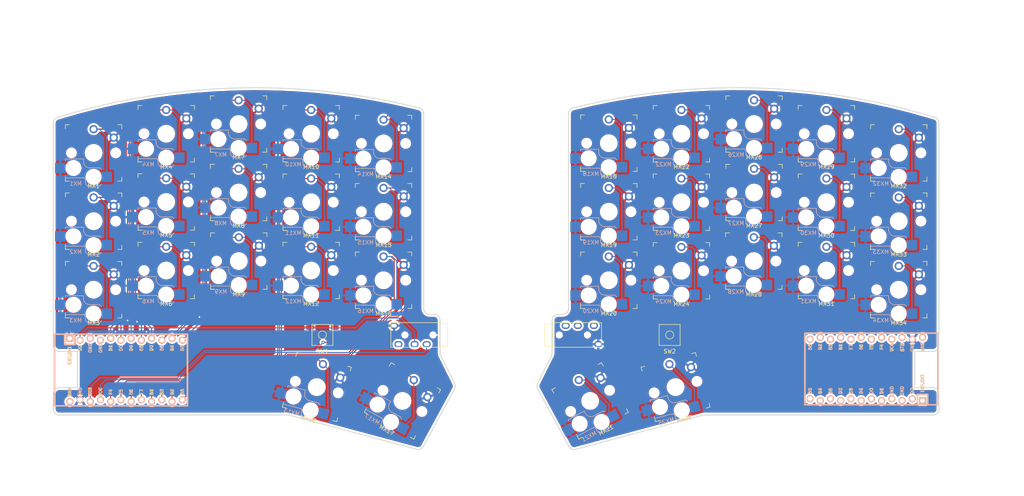
<source format=kicad_pcb>
(kicad_pcb (version 20171130) (host pcbnew "(5.1.4-0-10_14)")
  (layers (0 F.Cu signal) (31 B.Cu signal) (34 B.Paste user) (35 F.Paste user) (36 B.SilkS user) (37 F.SilkS user) (38 B.Mask user) (39 F.Mask user) (44 Edge.Cuts user))
  (net 0 "")
  (net 1 GND)
  (net 2 "Net-(MX18-Pad1)")
  (net 3 "Net-(MX19-Pad1)")
  (net 4 "Net-(MX20-Pad1)")
  (net 5 "Net-(MX21-Pad1)")
  (net 6 "Net-(MX22-Pad1)")
  (net 7 "Net-(MX23-Pad1)")
  (net 8 "Net-(MX24-Pad1)")
  (net 9 "Net-(MX25-Pad1)")
  (net 10 "Net-(MX26-Pad1)")
  (net 11 "Net-(MX27-Pad1)")
  (net 12 "Net-(MX28-Pad1)")
  (net 13 "Net-(MX29-Pad1)")
  (net 14 "Net-(MX30-Pad1)")
  (net 15 "Net-(MX31-Pad1)")
  (net 16 "Net-(MX32-Pad1)")
  (net 17 "Net-(MX33-Pad1)")
  (net 18 "Net-(MX34-Pad1)")
  (net 19 "Net-(SW1-Pad1)")
  (net 20 "Net-(SW2-Pad1)")
  (net 21 "Net-(U1-Pad24)")
  (net 22 +5V)
  (net 23 "Net-(U1-Pad4)")
  (net 24 "Net-(U1-Pad3)")
  (net 25 DATA0)
  (net 26 "Net-(U2-Pad2)")
  (net 27 "Net-(U3-Pad2)")
  (net 28 DATA1)
  (net 29 "Net-(U4-Pad24)")
  (net 30 "Net-(U4-Pad12)")
  (net 31 "Net-(U4-Pad20)")
  (net 32 "Net-(U4-Pad19)")
  (net 33 "Net-(U4-Pad18)")
  (net 34 "Net-(U4-Pad17)")
  (net 35 "Net-(U4-Pad16)")
  (net 36 "Net-(U4-Pad15)")
  (net 37 "Net-(U4-Pad14)")
  (net 38 "Net-(U4-Pad13)")
  (net 39 "Net-(U4-Pad11)")
  (net 40 "Net-(U4-Pad10)")
  (net 41 "Net-(U4-Pad9)")
  (net 42 "Net-(U4-Pad8)")
  (net 43 "Net-(U4-Pad7)")
  (net 44 "Net-(U4-Pad6)")
  (net 45 "Net-(U4-Pad5)")
  (net 46 "Net-(U4-Pad4)")
  (net 47 "Net-(U4-Pad3)")
  (net 48 "Net-(U4-Pad1)")
  (net 49 S1)
  (net 50 S2)
  (net 51 S3)
  (net 52 S4)
  (net 53 S5)
  (net 54 S6)
  (net 55 S7)
  (net 56 S8)
  (net 57 S9)
  (net 58 S10)
  (net 59 S11)
  (net 60 S12)
  (net 61 S13)
  (net 62 S14)
  (net 63 S15)
  (net 64 S16)
  (net 65 S17)
  (module keyswitches:Kailh_socket_PG1350_optional (layer F.Cu) (at 76.1365 75.946 180)
    (fp_text reference MX7 (at 0 -8.255) (layer F.SilkS))
    (fp_text value MX-NoLED)
    (fp_text user %R (at 4.445 -7.62) (layer B.SilkS) (effects (justify mirror)))
    (pad "" np_thru_hole circle (at -5.5 0 180) (size 1.7018 1.7018) (drill 1.7018) (layers *.Cu *.Mask))
    (pad "" np_thru_hole circle (at 5.5 0 180) (size 1.7018 1.7018) (drill 1.7018) (layers *.Cu *.Mask))
    (pad 1 smd rect (at -3.275 -5.95 180) (size 2.6 2.6) (layers B.Cu B.Paste B.Mask) (net 55 S7))
    (pad "" np_thru_hole circle (at 5 -3.75 180) (size 3 3) (drill 3) (layers *.Cu *.Mask))
    (pad "" np_thru_hole circle (at 0 0 180) (size 3.429 3.429) (drill 3.429) (layers *.Cu *.Mask))
    (pad 2 thru_hole circle (at -5 3.8 180) (size 2.032 2.032) (drill 1.27) (layers *.Cu *.Mask) (net 1 GND))
    (pad 1 thru_hole circle (at 0 5.9 180) (size 2.032 2.032) (drill 1.27) (layers *.Cu *.Mask) (net 55 S7))
    (pad "" np_thru_hole circle (at 0 -5.95 180) (size 3 3) (drill 3) (layers *.Cu *.Mask))
    (pad 2 smd rect (at 8.275 -3.75 180) (size 2.6 2.6) (layers B.Cu B.Paste B.Mask) (net 1 GND))
  )
  (module keyswitches:Kailh_socket_PG1350_optional (layer F.Cu) (at 240.0935 117.094 180)
    (fp_text reference MX34 (at 0 -8.255) (layer F.SilkS))
    (fp_text value MX-NoLED)
    (fp_text user %R (at 4.445 -7.62) (layer B.SilkS) (effects (justify mirror)))
    (pad "" np_thru_hole circle (at -5.5 0 180) (size 1.7018 1.7018) (drill 1.7018) (layers *.Cu *.Mask))
    (pad "" np_thru_hole circle (at 5.5 0 180) (size 1.7018 1.7018) (drill 1.7018) (layers *.Cu *.Mask))
    (pad 1 smd rect (at -3.275 -5.95 180) (size 2.6 2.6) (layers B.Cu B.Paste B.Mask) (net 18 "Net-(MX34-Pad1)"))
    (pad "" np_thru_hole circle (at 5 -3.75 180) (size 3 3) (drill 3) (layers *.Cu *.Mask))
    (pad "" np_thru_hole circle (at 0 0 180) (size 3.429 3.429) (drill 3.429) (layers *.Cu *.Mask))
    (pad 2 thru_hole circle (at -5 3.8 180) (size 2.032 2.032) (drill 1.27) (layers *.Cu *.Mask) (net 1 GND))
    (pad 1 thru_hole circle (at 0 5.9 180) (size 2.032 2.032) (drill 1.27) (layers *.Cu *.Mask) (net 18 "Net-(MX34-Pad1)"))
    (pad "" np_thru_hole circle (at 0 -5.95 180) (size 3 3) (drill 3) (layers *.Cu *.Mask))
    (pad 2 smd rect (at 8.275 -3.75 180) (size 2.6 2.6) (layers B.Cu B.Paste B.Mask) (net 1 GND))
  )
  (module keyswitches:Kailh_socket_PG1350_optional (layer F.Cu) (at 240.0935 100.076 180)
    (fp_text reference MX33 (at 0 -8.255) (layer F.SilkS))
    (fp_text value MX-NoLED)
    (fp_text user %R (at 4.445 -7.62) (layer B.SilkS) (effects (justify mirror)))
    (pad "" np_thru_hole circle (at -5.5 0 180) (size 1.7018 1.7018) (drill 1.7018) (layers *.Cu *.Mask))
    (pad "" np_thru_hole circle (at 5.5 0 180) (size 1.7018 1.7018) (drill 1.7018) (layers *.Cu *.Mask))
    (pad 1 smd rect (at -3.275 -5.95 180) (size 2.6 2.6) (layers B.Cu B.Paste B.Mask) (net 17 "Net-(MX33-Pad1)"))
    (pad "" np_thru_hole circle (at 5 -3.75 180) (size 3 3) (drill 3) (layers *.Cu *.Mask))
    (pad "" np_thru_hole circle (at 0 0 180) (size 3.429 3.429) (drill 3.429) (layers *.Cu *.Mask))
    (pad 2 thru_hole circle (at -5 3.8 180) (size 2.032 2.032) (drill 1.27) (layers *.Cu *.Mask) (net 1 GND))
    (pad 1 thru_hole circle (at 0 5.9 180) (size 2.032 2.032) (drill 1.27) (layers *.Cu *.Mask) (net 17 "Net-(MX33-Pad1)"))
    (pad "" np_thru_hole circle (at 0 -5.95 180) (size 3 3) (drill 3) (layers *.Cu *.Mask))
    (pad 2 smd rect (at 8.275 -3.75 180) (size 2.6 2.6) (layers B.Cu B.Paste B.Mask) (net 1 GND))
  )
  (module keyswitches:Kailh_socket_PG1350_optional (layer F.Cu) (at 240.0935 83.1215 180)
    (fp_text reference MX32 (at 0 -8.255) (layer F.SilkS))
    (fp_text value MX-NoLED)
    (fp_text user %R (at 4.445 -7.62) (layer B.SilkS) (effects (justify mirror)))
    (pad "" np_thru_hole circle (at -5.5 0 180) (size 1.7018 1.7018) (drill 1.7018) (layers *.Cu *.Mask))
    (pad "" np_thru_hole circle (at 5.5 0 180) (size 1.7018 1.7018) (drill 1.7018) (layers *.Cu *.Mask))
    (pad 1 smd rect (at -3.275 -5.95 180) (size 2.6 2.6) (layers B.Cu B.Paste B.Mask) (net 16 "Net-(MX32-Pad1)"))
    (pad "" np_thru_hole circle (at 5 -3.75 180) (size 3 3) (drill 3) (layers *.Cu *.Mask))
    (pad "" np_thru_hole circle (at 0 0 180) (size 3.429 3.429) (drill 3.429) (layers *.Cu *.Mask))
    (pad 2 thru_hole circle (at -5 3.8 180) (size 2.032 2.032) (drill 1.27) (layers *.Cu *.Mask) (net 1 GND))
    (pad 1 thru_hole circle (at 0 5.9 180) (size 2.032 2.032) (drill 1.27) (layers *.Cu *.Mask) (net 16 "Net-(MX32-Pad1)"))
    (pad "" np_thru_hole circle (at 0 -5.95 180) (size 3 3) (drill 3) (layers *.Cu *.Mask))
    (pad 2 smd rect (at 8.275 -3.75 180) (size 2.6 2.6) (layers B.Cu B.Paste B.Mask) (net 1 GND))
  )
  (module keyswitches:Kailh_socket_PG1350_optional (layer F.Cu) (at 222.123 112.3315 180)
    (fp_text reference MX31 (at 0 -8.255) (layer F.SilkS))
    (fp_text value MX-NoLED)
    (fp_text user %R (at 4.445 -7.62) (layer B.SilkS) (effects (justify mirror)))
    (pad "" np_thru_hole circle (at -5.5 0 180) (size 1.7018 1.7018) (drill 1.7018) (layers *.Cu *.Mask))
    (pad "" np_thru_hole circle (at 5.5 0 180) (size 1.7018 1.7018) (drill 1.7018) (layers *.Cu *.Mask))
    (pad 1 smd rect (at -3.275 -5.95 180) (size 2.6 2.6) (layers B.Cu B.Paste B.Mask) (net 15 "Net-(MX31-Pad1)"))
    (pad "" np_thru_hole circle (at 5 -3.75 180) (size 3 3) (drill 3) (layers *.Cu *.Mask))
    (pad "" np_thru_hole circle (at 0 0 180) (size 3.429 3.429) (drill 3.429) (layers *.Cu *.Mask))
    (pad 2 thru_hole circle (at -5 3.8 180) (size 2.032 2.032) (drill 1.27) (layers *.Cu *.Mask) (net 1 GND))
    (pad 1 thru_hole circle (at 0 5.9 180) (size 2.032 2.032) (drill 1.27) (layers *.Cu *.Mask) (net 15 "Net-(MX31-Pad1)"))
    (pad "" np_thru_hole circle (at 0 -5.95 180) (size 3 3) (drill 3) (layers *.Cu *.Mask))
    (pad 2 smd rect (at 8.275 -3.75 180) (size 2.6 2.6) (layers B.Cu B.Paste B.Mask) (net 1 GND))
  )
  (module keyswitches:Kailh_socket_PG1350_optional (layer F.Cu) (at 222.123 95.377 180)
    (fp_text reference MX30 (at 0 -8.255) (layer F.SilkS))
    (fp_text value MX-NoLED)
    (fp_text user %R (at 4.445 -7.62) (layer B.SilkS) (effects (justify mirror)))
    (pad "" np_thru_hole circle (at -5.5 0 180) (size 1.7018 1.7018) (drill 1.7018) (layers *.Cu *.Mask))
    (pad "" np_thru_hole circle (at 5.5 0 180) (size 1.7018 1.7018) (drill 1.7018) (layers *.Cu *.Mask))
    (pad 1 smd rect (at -3.275 -5.95 180) (size 2.6 2.6) (layers B.Cu B.Paste B.Mask) (net 14 "Net-(MX30-Pad1)"))
    (pad "" np_thru_hole circle (at 5 -3.75 180) (size 3 3) (drill 3) (layers *.Cu *.Mask))
    (pad "" np_thru_hole circle (at 0 0 180) (size 3.429 3.429) (drill 3.429) (layers *.Cu *.Mask))
    (pad 2 thru_hole circle (at -5 3.8 180) (size 2.032 2.032) (drill 1.27) (layers *.Cu *.Mask) (net 1 GND))
    (pad 1 thru_hole circle (at 0 5.9 180) (size 2.032 2.032) (drill 1.27) (layers *.Cu *.Mask) (net 14 "Net-(MX30-Pad1)"))
    (pad "" np_thru_hole circle (at 0 -5.95 180) (size 3 3) (drill 3) (layers *.Cu *.Mask))
    (pad 2 smd rect (at 8.275 -3.75 180) (size 2.6 2.6) (layers B.Cu B.Paste B.Mask) (net 1 GND))
  )
  (module keyswitches:Kailh_socket_PG1350_optional (layer F.Cu) (at 222.123 78.359 180)
    (fp_text reference MX29 (at 0 -8.255) (layer F.SilkS))
    (fp_text value MX-NoLED)
    (fp_text user %R (at 4.445 -7.62) (layer B.SilkS) (effects (justify mirror)))
    (pad "" np_thru_hole circle (at -5.5 0 180) (size 1.7018 1.7018) (drill 1.7018) (layers *.Cu *.Mask))
    (pad "" np_thru_hole circle (at 5.5 0 180) (size 1.7018 1.7018) (drill 1.7018) (layers *.Cu *.Mask))
    (pad 1 smd rect (at -3.275 -5.95 180) (size 2.6 2.6) (layers B.Cu B.Paste B.Mask) (net 13 "Net-(MX29-Pad1)"))
    (pad "" np_thru_hole circle (at 5 -3.75 180) (size 3 3) (drill 3) (layers *.Cu *.Mask))
    (pad "" np_thru_hole circle (at 0 0 180) (size 3.429 3.429) (drill 3.429) (layers *.Cu *.Mask))
    (pad 2 thru_hole circle (at -5 3.8 180) (size 2.032 2.032) (drill 1.27) (layers *.Cu *.Mask) (net 1 GND))
    (pad 1 thru_hole circle (at 0 5.9 180) (size 2.032 2.032) (drill 1.27) (layers *.Cu *.Mask) (net 13 "Net-(MX29-Pad1)"))
    (pad "" np_thru_hole circle (at 0 -5.95 180) (size 3 3) (drill 3) (layers *.Cu *.Mask))
    (pad 2 smd rect (at 8.275 -3.75 180) (size 2.6 2.6) (layers B.Cu B.Paste B.Mask) (net 1 GND))
  )
  (module keyswitches:Kailh_socket_PG1350_optional (layer F.Cu) (at 204.089 109.982 180)
    (fp_text reference MX28 (at 0 -8.255) (layer F.SilkS))
    (fp_text value MX-NoLED)
    (fp_text user %R (at 4.445 -7.62) (layer B.SilkS) (effects (justify mirror)))
    (pad "" np_thru_hole circle (at -5.5 0 180) (size 1.7018 1.7018) (drill 1.7018) (layers *.Cu *.Mask))
    (pad "" np_thru_hole circle (at 5.5 0 180) (size 1.7018 1.7018) (drill 1.7018) (layers *.Cu *.Mask))
    (pad 1 smd rect (at -3.275 -5.95 180) (size 2.6 2.6) (layers B.Cu B.Paste B.Mask) (net 12 "Net-(MX28-Pad1)"))
    (pad "" np_thru_hole circle (at 5 -3.75 180) (size 3 3) (drill 3) (layers *.Cu *.Mask))
    (pad "" np_thru_hole circle (at 0 0 180) (size 3.429 3.429) (drill 3.429) (layers *.Cu *.Mask))
    (pad 2 thru_hole circle (at -5 3.8 180) (size 2.032 2.032) (drill 1.27) (layers *.Cu *.Mask) (net 1 GND))
    (pad 1 thru_hole circle (at 0 5.9 180) (size 2.032 2.032) (drill 1.27) (layers *.Cu *.Mask) (net 12 "Net-(MX28-Pad1)"))
    (pad "" np_thru_hole circle (at 0 -5.95 180) (size 3 3) (drill 3) (layers *.Cu *.Mask))
    (pad 2 smd rect (at 8.275 -3.75 180) (size 2.6 2.6) (layers B.Cu B.Paste B.Mask) (net 1 GND))
  )
  (module keyswitches:Kailh_socket_PG1350_optional (layer F.Cu) (at 204.1525 92.964 180)
    (fp_text reference MX27 (at 0 -8.255) (layer F.SilkS))
    (fp_text value MX-NoLED)
    (fp_text user %R (at 4.445 -7.62) (layer B.SilkS) (effects (justify mirror)))
    (pad "" np_thru_hole circle (at -5.5 0 180) (size 1.7018 1.7018) (drill 1.7018) (layers *.Cu *.Mask))
    (pad "" np_thru_hole circle (at 5.5 0 180) (size 1.7018 1.7018) (drill 1.7018) (layers *.Cu *.Mask))
    (pad 1 smd rect (at -3.275 -5.95 180) (size 2.6 2.6) (layers B.Cu B.Paste B.Mask) (net 11 "Net-(MX27-Pad1)"))
    (pad "" np_thru_hole circle (at 5 -3.75 180) (size 3 3) (drill 3) (layers *.Cu *.Mask))
    (pad "" np_thru_hole circle (at 0 0 180) (size 3.429 3.429) (drill 3.429) (layers *.Cu *.Mask))
    (pad 2 thru_hole circle (at -5 3.8 180) (size 2.032 2.032) (drill 1.27) (layers *.Cu *.Mask) (net 1 GND))
    (pad 1 thru_hole circle (at 0 5.9 180) (size 2.032 2.032) (drill 1.27) (layers *.Cu *.Mask) (net 11 "Net-(MX27-Pad1)"))
    (pad "" np_thru_hole circle (at 0 -5.95 180) (size 3 3) (drill 3) (layers *.Cu *.Mask))
    (pad 2 smd rect (at 8.275 -3.75 180) (size 2.6 2.6) (layers B.Cu B.Paste B.Mask) (net 1 GND))
  )
  (module keyswitches:Kailh_socket_PG1350_optional (layer F.Cu) (at 204.1525 75.946 180)
    (fp_text reference MX26 (at 0 -8.255) (layer F.SilkS))
    (fp_text value MX-NoLED)
    (fp_text user %R (at 4.445 -7.62) (layer B.SilkS) (effects (justify mirror)))
    (pad "" np_thru_hole circle (at -5.5 0 180) (size 1.7018 1.7018) (drill 1.7018) (layers *.Cu *.Mask))
    (pad "" np_thru_hole circle (at 5.5 0 180) (size 1.7018 1.7018) (drill 1.7018) (layers *.Cu *.Mask))
    (pad 1 smd rect (at -3.275 -5.95 180) (size 2.6 2.6) (layers B.Cu B.Paste B.Mask) (net 10 "Net-(MX26-Pad1)"))
    (pad "" np_thru_hole circle (at 5 -3.75 180) (size 3 3) (drill 3) (layers *.Cu *.Mask))
    (pad "" np_thru_hole circle (at 0 0 180) (size 3.429 3.429) (drill 3.429) (layers *.Cu *.Mask))
    (pad 2 thru_hole circle (at -5 3.8 180) (size 2.032 2.032) (drill 1.27) (layers *.Cu *.Mask) (net 1 GND))
    (pad 1 thru_hole circle (at 0 5.9 180) (size 2.032 2.032) (drill 1.27) (layers *.Cu *.Mask) (net 10 "Net-(MX26-Pad1)"))
    (pad "" np_thru_hole circle (at 0 -5.95 180) (size 3 3) (drill 3) (layers *.Cu *.Mask))
    (pad 2 smd rect (at 8.275 -3.75 180) (size 2.6 2.6) (layers B.Cu B.Paste B.Mask) (net 1 GND))
  )
  (module keyswitches:Kailh_socket_PG1350_optional (layer F.Cu) (at 184.658 141.2875 195)
    (fp_text reference MX25 (at 0 -8.255 15) (layer F.SilkS))
    (fp_text value MX-NoLED)
    (fp_text user %R (at 4.445 -7.62 15) (layer B.SilkS) (effects (justify mirror)))
    (pad "" np_thru_hole circle (at -5.5 0 195) (size 1.7018 1.7018) (drill 1.7018) (layers *.Cu *.Mask))
    (pad "" np_thru_hole circle (at 5.5 0 195) (size 1.7018 1.7018) (drill 1.7018) (layers *.Cu *.Mask))
    (pad 1 smd rect (at -3.275 -5.95 195) (size 2.6 2.6) (layers B.Cu B.Paste B.Mask) (net 9 "Net-(MX25-Pad1)"))
    (pad "" np_thru_hole circle (at 5 -3.75 195) (size 3 3) (drill 3) (layers *.Cu *.Mask))
    (pad "" np_thru_hole circle (at 0 0 195) (size 3.429 3.429) (drill 3.429) (layers *.Cu *.Mask))
    (pad 2 thru_hole circle (at -5 3.8 195) (size 2.032 2.032) (drill 1.27) (layers *.Cu *.Mask) (net 1 GND))
    (pad 1 thru_hole circle (at 0 5.9 195) (size 2.032 2.032) (drill 1.27) (layers *.Cu *.Mask) (net 9 "Net-(MX25-Pad1)"))
    (pad "" np_thru_hole circle (at 0 -5.95 195) (size 3 3) (drill 3) (layers *.Cu *.Mask))
    (pad 2 smd rect (at 8.275 -3.75 195) (size 2.6 2.6) (layers B.Cu B.Paste B.Mask) (net 1 GND))
  )
  (module keyswitches:Kailh_socket_PG1350_optional (layer F.Cu) (at 186.1185 112.395 180)
    (fp_text reference MX24 (at 0 -8.255) (layer F.SilkS))
    (fp_text value MX-NoLED)
    (fp_text user %R (at 4.445 -7.62) (layer B.SilkS) (effects (justify mirror)))
    (pad "" np_thru_hole circle (at -5.5 0 180) (size 1.7018 1.7018) (drill 1.7018) (layers *.Cu *.Mask))
    (pad "" np_thru_hole circle (at 5.5 0 180) (size 1.7018 1.7018) (drill 1.7018) (layers *.Cu *.Mask))
    (pad 1 smd rect (at -3.275 -5.95 180) (size 2.6 2.6) (layers B.Cu B.Paste B.Mask) (net 8 "Net-(MX24-Pad1)"))
    (pad "" np_thru_hole circle (at 5 -3.75 180) (size 3 3) (drill 3) (layers *.Cu *.Mask))
    (pad "" np_thru_hole circle (at 0 0 180) (size 3.429 3.429) (drill 3.429) (layers *.Cu *.Mask))
    (pad 2 thru_hole circle (at -5 3.8 180) (size 2.032 2.032) (drill 1.27) (layers *.Cu *.Mask) (net 1 GND))
    (pad 1 thru_hole circle (at 0 5.9 180) (size 2.032 2.032) (drill 1.27) (layers *.Cu *.Mask) (net 8 "Net-(MX24-Pad1)"))
    (pad "" np_thru_hole circle (at 0 -5.95 180) (size 3 3) (drill 3) (layers *.Cu *.Mask))
    (pad 2 smd rect (at 8.275 -3.75 180) (size 2.6 2.6) (layers B.Cu B.Paste B.Mask) (net 1 GND))
  )
  (module keyswitches:Kailh_socket_PG1350_optional (layer F.Cu) (at 186.1185 95.377 180)
    (fp_text reference MX23 (at 0 -8.255) (layer F.SilkS))
    (fp_text value MX-NoLED)
    (fp_text user %R (at 4.445 -7.62) (layer B.SilkS) (effects (justify mirror)))
    (pad "" np_thru_hole circle (at -5.5 0 180) (size 1.7018 1.7018) (drill 1.7018) (layers *.Cu *.Mask))
    (pad "" np_thru_hole circle (at 5.5 0 180) (size 1.7018 1.7018) (drill 1.7018) (layers *.Cu *.Mask))
    (pad 1 smd rect (at -3.275 -5.95 180) (size 2.6 2.6) (layers B.Cu B.Paste B.Mask) (net 7 "Net-(MX23-Pad1)"))
    (pad "" np_thru_hole circle (at 5 -3.75 180) (size 3 3) (drill 3) (layers *.Cu *.Mask))
    (pad "" np_thru_hole circle (at 0 0 180) (size 3.429 3.429) (drill 3.429) (layers *.Cu *.Mask))
    (pad 2 thru_hole circle (at -5 3.8 180) (size 2.032 2.032) (drill 1.27) (layers *.Cu *.Mask) (net 1 GND))
    (pad 1 thru_hole circle (at 0 5.9 180) (size 2.032 2.032) (drill 1.27) (layers *.Cu *.Mask) (net 7 "Net-(MX23-Pad1)"))
    (pad "" np_thru_hole circle (at 0 -5.95 180) (size 3 3) (drill 3) (layers *.Cu *.Mask))
    (pad 2 smd rect (at 8.275 -3.75 180) (size 2.6 2.6) (layers B.Cu B.Paste B.Mask) (net 1 GND))
  )
  (module keyswitches:Kailh_socket_PG1350_optional (layer F.Cu) (at 186.1185 78.359 180)
    (fp_text reference MX22 (at 0 -8.255) (layer F.SilkS))
    (fp_text value MX-NoLED)
    (fp_text user %R (at 4.445 -7.62) (layer B.SilkS) (effects (justify mirror)))
    (pad "" np_thru_hole circle (at -5.5 0 180) (size 1.7018 1.7018) (drill 1.7018) (layers *.Cu *.Mask))
    (pad "" np_thru_hole circle (at 5.5 0 180) (size 1.7018 1.7018) (drill 1.7018) (layers *.Cu *.Mask))
    (pad 1 smd rect (at -3.275 -5.95 180) (size 2.6 2.6) (layers B.Cu B.Paste B.Mask) (net 6 "Net-(MX22-Pad1)"))
    (pad "" np_thru_hole circle (at 5 -3.75 180) (size 3 3) (drill 3) (layers *.Cu *.Mask))
    (pad "" np_thru_hole circle (at 0 0 180) (size 3.429 3.429) (drill 3.429) (layers *.Cu *.Mask))
    (pad 2 thru_hole circle (at -5 3.8 180) (size 2.032 2.032) (drill 1.27) (layers *.Cu *.Mask) (net 1 GND))
    (pad 1 thru_hole circle (at 0 5.9 180) (size 2.032 2.032) (drill 1.27) (layers *.Cu *.Mask) (net 6 "Net-(MX22-Pad1)"))
    (pad "" np_thru_hole circle (at 0 -5.95 180) (size 3 3) (drill 3) (layers *.Cu *.Mask))
    (pad 2 smd rect (at 8.275 -3.75 180) (size 2.6 2.6) (layers B.Cu B.Paste B.Mask) (net 1 GND))
  )
  (module keyswitches:Kailh_socket_PG1350_optional (layer F.Cu) (at 163.449 144.7165 208.5)
    (fp_text reference MX21 (at 0 -8.255 28.5) (layer F.SilkS))
    (fp_text value MX-NoLED)
    (fp_text user %R (at 4.445 -7.62 28.5) (layer B.SilkS) (effects (justify mirror)))
    (pad "" np_thru_hole circle (at -5.5 0 208.5) (size 1.7018 1.7018) (drill 1.7018) (layers *.Cu *.Mask))
    (pad "" np_thru_hole circle (at 5.5 0 208.5) (size 1.7018 1.7018) (drill 1.7018) (layers *.Cu *.Mask))
    (pad 1 smd rect (at -3.275 -5.95 208.5) (size 2.6 2.6) (layers B.Cu B.Paste B.Mask) (net 5 "Net-(MX21-Pad1)"))
    (pad "" np_thru_hole circle (at 5 -3.75 208.5) (size 3 3) (drill 3) (layers *.Cu *.Mask))
    (pad "" np_thru_hole circle (at 0 0 208.5) (size 3.429 3.429) (drill 3.429) (layers *.Cu *.Mask))
    (pad 2 thru_hole circle (at -5 3.8 208.5) (size 2.032 2.032) (drill 1.27) (layers *.Cu *.Mask) (net 1 GND))
    (pad 1 thru_hole circle (at 0 5.9 208.5) (size 2.032 2.032) (drill 1.27) (layers *.Cu *.Mask) (net 5 "Net-(MX21-Pad1)"))
    (pad "" np_thru_hole circle (at 0 -5.95 208.5) (size 3 3) (drill 3) (layers *.Cu *.Mask))
    (pad 2 smd rect (at 8.275 -3.75 208.5) (size 2.6 2.6) (layers B.Cu B.Paste B.Mask) (net 1 GND))
  )
  (module keyswitches:Kailh_socket_PG1350_optional (layer F.Cu) (at 168.0845 114.7445 180)
    (fp_text reference MX20 (at 0 -8.255) (layer F.SilkS))
    (fp_text value MX-NoLED)
    (fp_text user %R (at 4.445 -7.62) (layer B.SilkS) (effects (justify mirror)))
    (pad "" np_thru_hole circle (at -5.5 0 180) (size 1.7018 1.7018) (drill 1.7018) (layers *.Cu *.Mask))
    (pad "" np_thru_hole circle (at 5.5 0 180) (size 1.7018 1.7018) (drill 1.7018) (layers *.Cu *.Mask))
    (pad 1 smd rect (at -3.275 -5.95 180) (size 2.6 2.6) (layers B.Cu B.Paste B.Mask) (net 4 "Net-(MX20-Pad1)"))
    (pad "" np_thru_hole circle (at 5 -3.75 180) (size 3 3) (drill 3) (layers *.Cu *.Mask))
    (pad "" np_thru_hole circle (at 0 0 180) (size 3.429 3.429) (drill 3.429) (layers *.Cu *.Mask))
    (pad 2 thru_hole circle (at -5 3.8 180) (size 2.032 2.032) (drill 1.27) (layers *.Cu *.Mask) (net 1 GND))
    (pad 1 thru_hole circle (at 0 5.9 180) (size 2.032 2.032) (drill 1.27) (layers *.Cu *.Mask) (net 4 "Net-(MX20-Pad1)"))
    (pad "" np_thru_hole circle (at 0 -5.95 180) (size 3 3) (drill 3) (layers *.Cu *.Mask))
    (pad 2 smd rect (at 8.275 -3.75 180) (size 2.6 2.6) (layers B.Cu B.Paste B.Mask) (net 1 GND))
  )
  (module keyswitches:Kailh_socket_PG1350_optional (layer F.Cu) (at 168.0845 97.7265 180)
    (fp_text reference MX19 (at 0 -8.255) (layer F.SilkS))
    (fp_text value MX-NoLED)
    (fp_text user %R (at 4.445 -7.62) (layer B.SilkS) (effects (justify mirror)))
    (pad "" np_thru_hole circle (at -5.5 0 180) (size 1.7018 1.7018) (drill 1.7018) (layers *.Cu *.Mask))
    (pad "" np_thru_hole circle (at 5.5 0 180) (size 1.7018 1.7018) (drill 1.7018) (layers *.Cu *.Mask))
    (pad 1 smd rect (at -3.275 -5.95 180) (size 2.6 2.6) (layers B.Cu B.Paste B.Mask) (net 3 "Net-(MX19-Pad1)"))
    (pad "" np_thru_hole circle (at 5 -3.75 180) (size 3 3) (drill 3) (layers *.Cu *.Mask))
    (pad "" np_thru_hole circle (at 0 0 180) (size 3.429 3.429) (drill 3.429) (layers *.Cu *.Mask))
    (pad 2 thru_hole circle (at -5 3.8 180) (size 2.032 2.032) (drill 1.27) (layers *.Cu *.Mask) (net 1 GND))
    (pad 1 thru_hole circle (at 0 5.9 180) (size 2.032 2.032) (drill 1.27) (layers *.Cu *.Mask) (net 3 "Net-(MX19-Pad1)"))
    (pad "" np_thru_hole circle (at 0 -5.95 180) (size 3 3) (drill 3) (layers *.Cu *.Mask))
    (pad 2 smd rect (at 8.275 -3.75 180) (size 2.6 2.6) (layers B.Cu B.Paste B.Mask) (net 1 GND))
  )
  (module keyswitches:Kailh_socket_PG1350_optional (layer F.Cu) (at 168.0845 80.7085 180)
    (fp_text reference MX18 (at 0 -8.255) (layer F.SilkS))
    (fp_text value MX-NoLED)
    (fp_text user %R (at 4.445 -7.62) (layer B.SilkS) (effects (justify mirror)))
    (pad "" np_thru_hole circle (at -5.5 0 180) (size 1.7018 1.7018) (drill 1.7018) (layers *.Cu *.Mask))
    (pad "" np_thru_hole circle (at 5.5 0 180) (size 1.7018 1.7018) (drill 1.7018) (layers *.Cu *.Mask))
    (pad 1 smd rect (at -3.275 -5.95 180) (size 2.6 2.6) (layers B.Cu B.Paste B.Mask) (net 2 "Net-(MX18-Pad1)"))
    (pad "" np_thru_hole circle (at 5 -3.75 180) (size 3 3) (drill 3) (layers *.Cu *.Mask))
    (pad "" np_thru_hole circle (at 0 0 180) (size 3.429 3.429) (drill 3.429) (layers *.Cu *.Mask))
    (pad 2 thru_hole circle (at -5 3.8 180) (size 2.032 2.032) (drill 1.27) (layers *.Cu *.Mask) (net 1 GND))
    (pad 1 thru_hole circle (at 0 5.9 180) (size 2.032 2.032) (drill 1.27) (layers *.Cu *.Mask) (net 2 "Net-(MX18-Pad1)"))
    (pad "" np_thru_hole circle (at 0 -5.95 180) (size 3 3) (drill 3) (layers *.Cu *.Mask))
    (pad 2 smd rect (at 8.275 -3.75 180) (size 2.6 2.6) (layers B.Cu B.Paste B.Mask) (net 1 GND))
  )
  (module keyswitches:Kailh_socket_PG1350_optional (layer F.Cu) (at 116.84 144.7165 151.5)
    (fp_text reference MX17 (at 0 -8.255 151.5) (layer F.SilkS))
    (fp_text value MX-NoLED)
    (fp_text user %R (at 4.445 -7.62 151.5) (layer B.SilkS) (effects (justify mirror)))
    (pad "" np_thru_hole circle (at -5.5 0 151.5) (size 1.7018 1.7018) (drill 1.7018) (layers *.Cu *.Mask))
    (pad "" np_thru_hole circle (at 5.5 0 151.5) (size 1.7018 1.7018) (drill 1.7018) (layers *.Cu *.Mask))
    (pad 1 smd rect (at -3.275 -5.95 151.5) (size 2.6 2.6) (layers B.Cu B.Paste B.Mask) (net 65 S17))
    (pad "" np_thru_hole circle (at 5 -3.75 151.5) (size 3 3) (drill 3) (layers *.Cu *.Mask))
    (pad "" np_thru_hole circle (at 0 0 151.5) (size 3.429 3.429) (drill 3.429) (layers *.Cu *.Mask))
    (pad 2 thru_hole circle (at -5 3.8 151.5) (size 2.032 2.032) (drill 1.27) (layers *.Cu *.Mask) (net 1 GND))
    (pad 1 thru_hole circle (at 0 5.9 151.5) (size 2.032 2.032) (drill 1.27) (layers *.Cu *.Mask) (net 65 S17))
    (pad "" np_thru_hole circle (at 0 -5.95 151.5) (size 3 3) (drill 3) (layers *.Cu *.Mask))
    (pad 2 smd rect (at 8.275 -3.75 151.5) (size 2.6 2.6) (layers B.Cu B.Paste B.Mask) (net 1 GND))
  )
  (module keyswitches:Kailh_socket_PG1350_optional (layer F.Cu) (at 112.141 114.7445 180)
    (fp_text reference MX16 (at 0 -8.255) (layer F.SilkS))
    (fp_text value MX-NoLED)
    (fp_text user %R (at 4.445 -7.62) (layer B.SilkS) (effects (justify mirror)))
    (pad "" np_thru_hole circle (at -5.5 0 180) (size 1.7018 1.7018) (drill 1.7018) (layers *.Cu *.Mask))
    (pad "" np_thru_hole circle (at 5.5 0 180) (size 1.7018 1.7018) (drill 1.7018) (layers *.Cu *.Mask))
    (pad 1 smd rect (at -3.275 -5.95 180) (size 2.6 2.6) (layers B.Cu B.Paste B.Mask) (net 64 S16))
    (pad "" np_thru_hole circle (at 5 -3.75 180) (size 3 3) (drill 3) (layers *.Cu *.Mask))
    (pad "" np_thru_hole circle (at 0 0 180) (size 3.429 3.429) (drill 3.429) (layers *.Cu *.Mask))
    (pad 2 thru_hole circle (at -5 3.8 180) (size 2.032 2.032) (drill 1.27) (layers *.Cu *.Mask) (net 1 GND))
    (pad 1 thru_hole circle (at 0 5.9 180) (size 2.032 2.032) (drill 1.27) (layers *.Cu *.Mask) (net 64 S16))
    (pad "" np_thru_hole circle (at 0 -5.95 180) (size 3 3) (drill 3) (layers *.Cu *.Mask))
    (pad 2 smd rect (at 8.275 -3.75 180) (size 2.6 2.6) (layers B.Cu B.Paste B.Mask) (net 1 GND))
  )
  (module keyswitches:Kailh_socket_PG1350_optional (layer F.Cu) (at 112.141 97.7265 180)
    (fp_text reference MX15 (at 0 -8.255) (layer F.SilkS))
    (fp_text value MX-NoLED)
    (fp_text user %R (at 4.445 -7.62) (layer B.SilkS) (effects (justify mirror)))
    (pad "" np_thru_hole circle (at -5.5 0 180) (size 1.7018 1.7018) (drill 1.7018) (layers *.Cu *.Mask))
    (pad "" np_thru_hole circle (at 5.5 0 180) (size 1.7018 1.7018) (drill 1.7018) (layers *.Cu *.Mask))
    (pad 1 smd rect (at -3.275 -5.95 180) (size 2.6 2.6) (layers B.Cu B.Paste B.Mask) (net 63 S15))
    (pad "" np_thru_hole circle (at 5 -3.75 180) (size 3 3) (drill 3) (layers *.Cu *.Mask))
    (pad "" np_thru_hole circle (at 0 0 180) (size 3.429 3.429) (drill 3.429) (layers *.Cu *.Mask))
    (pad 2 thru_hole circle (at -5 3.8 180) (size 2.032 2.032) (drill 1.27) (layers *.Cu *.Mask) (net 1 GND))
    (pad 1 thru_hole circle (at 0 5.9 180) (size 2.032 2.032) (drill 1.27) (layers *.Cu *.Mask) (net 63 S15))
    (pad "" np_thru_hole circle (at 0 -5.95 180) (size 3 3) (drill 3) (layers *.Cu *.Mask))
    (pad 2 smd rect (at 8.275 -3.75 180) (size 2.6 2.6) (layers B.Cu B.Paste B.Mask) (net 1 GND))
  )
  (module keyswitches:Kailh_socket_PG1350_optional (layer F.Cu) (at 112.141 80.772 180)
    (fp_text reference MX14 (at 0 -8.255) (layer F.SilkS))
    (fp_text value MX-NoLED)
    (fp_text user %R (at 4.445 -7.62) (layer B.SilkS) (effects (justify mirror)))
    (pad "" np_thru_hole circle (at -5.5 0 180) (size 1.7018 1.7018) (drill 1.7018) (layers *.Cu *.Mask))
    (pad "" np_thru_hole circle (at 5.5 0 180) (size 1.7018 1.7018) (drill 1.7018) (layers *.Cu *.Mask))
    (pad 1 smd rect (at -3.275 -5.95 180) (size 2.6 2.6) (layers B.Cu B.Paste B.Mask) (net 62 S14))
    (pad "" np_thru_hole circle (at 5 -3.75 180) (size 3 3) (drill 3) (layers *.Cu *.Mask))
    (pad "" np_thru_hole circle (at 0 0 180) (size 3.429 3.429) (drill 3.429) (layers *.Cu *.Mask))
    (pad 2 thru_hole circle (at -5 3.8 180) (size 2.032 2.032) (drill 1.27) (layers *.Cu *.Mask) (net 1 GND))
    (pad 1 thru_hole circle (at 0 5.9 180) (size 2.032 2.032) (drill 1.27) (layers *.Cu *.Mask) (net 62 S14))
    (pad "" np_thru_hole circle (at 0 -5.95 180) (size 3 3) (drill 3) (layers *.Cu *.Mask))
    (pad 2 smd rect (at 8.275 -3.75 180) (size 2.6 2.6) (layers B.Cu B.Paste B.Mask) (net 1 GND))
  )
  (module keyswitches:Kailh_socket_PG1350_optional (layer F.Cu) (at 95.5675 141.2875 165)
    (fp_text reference MX13 (at 0 -8.255 165) (layer F.SilkS))
    (fp_text value MX-NoLED)
    (fp_text user %R (at 4.445 -7.62 165) (layer B.SilkS) (effects (justify mirror)))
    (pad "" np_thru_hole circle (at -5.5 0 165) (size 1.7018 1.7018) (drill 1.7018) (layers *.Cu *.Mask))
    (pad "" np_thru_hole circle (at 5.5 0 165) (size 1.7018 1.7018) (drill 1.7018) (layers *.Cu *.Mask))
    (pad 1 smd rect (at -3.275 -5.95 165) (size 2.6 2.6) (layers B.Cu B.Paste B.Mask) (net 61 S13))
    (pad "" np_thru_hole circle (at 5 -3.75 165) (size 3 3) (drill 3) (layers *.Cu *.Mask))
    (pad "" np_thru_hole circle (at 0 0 165) (size 3.429 3.429) (drill 3.429) (layers *.Cu *.Mask))
    (pad 2 thru_hole circle (at -5 3.8 165) (size 2.032 2.032) (drill 1.27) (layers *.Cu *.Mask) (net 1 GND))
    (pad 1 thru_hole circle (at 0 5.9 165) (size 2.032 2.032) (drill 1.27) (layers *.Cu *.Mask) (net 61 S13))
    (pad "" np_thru_hole circle (at 0 -5.95 165) (size 3 3) (drill 3) (layers *.Cu *.Mask))
    (pad 2 smd rect (at 8.275 -3.75 165) (size 2.6 2.6) (layers B.Cu B.Paste B.Mask) (net 1 GND))
  )
  (module keyswitches:Kailh_socket_PG1350_optional (layer F.Cu) (at 94.1705 112.3315 180)
    (fp_text reference MX12 (at 0 -8.255) (layer F.SilkS))
    (fp_text value MX-NoLED)
    (fp_text user %R (at 4.445 -7.62) (layer B.SilkS) (effects (justify mirror)))
    (pad "" np_thru_hole circle (at -5.5 0 180) (size 1.7018 1.7018) (drill 1.7018) (layers *.Cu *.Mask))
    (pad "" np_thru_hole circle (at 5.5 0 180) (size 1.7018 1.7018) (drill 1.7018) (layers *.Cu *.Mask))
    (pad 1 smd rect (at -3.275 -5.95 180) (size 2.6 2.6) (layers B.Cu B.Paste B.Mask) (net 60 S12))
    (pad "" np_thru_hole circle (at 5 -3.75 180) (size 3 3) (drill 3) (layers *.Cu *.Mask))
    (pad "" np_thru_hole circle (at 0 0 180) (size 3.429 3.429) (drill 3.429) (layers *.Cu *.Mask))
    (pad 2 thru_hole circle (at -5 3.8 180) (size 2.032 2.032) (drill 1.27) (layers *.Cu *.Mask) (net 1 GND))
    (pad 1 thru_hole circle (at 0 5.9 180) (size 2.032 2.032) (drill 1.27) (layers *.Cu *.Mask) (net 60 S12))
    (pad "" np_thru_hole circle (at 0 -5.95 180) (size 3 3) (drill 3) (layers *.Cu *.Mask))
    (pad 2 smd rect (at 8.275 -3.75 180) (size 2.6 2.6) (layers B.Cu B.Paste B.Mask) (net 1 GND))
  )
  (module keyswitches:Kailh_socket_PG1350_optional (layer F.Cu) (at 94.1705 95.377 180)
    (fp_text reference MX11 (at 0 -8.255) (layer F.SilkS))
    (fp_text value MX-NoLED)
    (fp_text user %R (at 4.445 -7.62) (layer B.SilkS) (effects (justify mirror)))
    (pad "" np_thru_hole circle (at -5.5 0 180) (size 1.7018 1.7018) (drill 1.7018) (layers *.Cu *.Mask))
    (pad "" np_thru_hole circle (at 5.5 0 180) (size 1.7018 1.7018) (drill 1.7018) (layers *.Cu *.Mask))
    (pad 1 smd rect (at -3.275 -5.95 180) (size 2.6 2.6) (layers B.Cu B.Paste B.Mask) (net 59 S11))
    (pad "" np_thru_hole circle (at 5 -3.75 180) (size 3 3) (drill 3) (layers *.Cu *.Mask))
    (pad "" np_thru_hole circle (at 0 0 180) (size 3.429 3.429) (drill 3.429) (layers *.Cu *.Mask))
    (pad 2 thru_hole circle (at -5 3.8 180) (size 2.032 2.032) (drill 1.27) (layers *.Cu *.Mask) (net 1 GND))
    (pad 1 thru_hole circle (at 0 5.9 180) (size 2.032 2.032) (drill 1.27) (layers *.Cu *.Mask) (net 59 S11))
    (pad "" np_thru_hole circle (at 0 -5.95 180) (size 3 3) (drill 3) (layers *.Cu *.Mask))
    (pad 2 smd rect (at 8.275 -3.75 180) (size 2.6 2.6) (layers B.Cu B.Paste B.Mask) (net 1 GND))
  )
  (module keyswitches:Kailh_socket_PG1350_optional (layer F.Cu) (at 94.1705 78.359 180)
    (fp_text reference MX10 (at 0 -8.255) (layer F.SilkS))
    (fp_text value MX-NoLED)
    (fp_text user %R (at 4.445 -7.62) (layer B.SilkS) (effects (justify mirror)))
    (pad "" np_thru_hole circle (at -5.5 0 180) (size 1.7018 1.7018) (drill 1.7018) (layers *.Cu *.Mask))
    (pad "" np_thru_hole circle (at 5.5 0 180) (size 1.7018 1.7018) (drill 1.7018) (layers *.Cu *.Mask))
    (pad 1 smd rect (at -3.275 -5.95 180) (size 2.6 2.6) (layers B.Cu B.Paste B.Mask) (net 58 S10))
    (pad "" np_thru_hole circle (at 5 -3.75 180) (size 3 3) (drill 3) (layers *.Cu *.Mask))
    (pad "" np_thru_hole circle (at 0 0 180) (size 3.429 3.429) (drill 3.429) (layers *.Cu *.Mask))
    (pad 2 thru_hole circle (at -5 3.8 180) (size 2.032 2.032) (drill 1.27) (layers *.Cu *.Mask) (net 1 GND))
    (pad 1 thru_hole circle (at 0 5.9 180) (size 2.032 2.032) (drill 1.27) (layers *.Cu *.Mask) (net 58 S10))
    (pad "" np_thru_hole circle (at 0 -5.95 180) (size 3 3) (drill 3) (layers *.Cu *.Mask))
    (pad 2 smd rect (at 8.275 -3.75 180) (size 2.6 2.6) (layers B.Cu B.Paste B.Mask) (net 1 GND))
  )
  (module keyswitches:Kailh_socket_PG1350_optional (layer F.Cu) (at 76.2 109.982 180)
    (fp_text reference MX9 (at 0 -8.255) (layer F.SilkS))
    (fp_text value MX-NoLED)
    (fp_text user %R (at 4.445 -7.62) (layer B.SilkS) (effects (justify mirror)))
    (pad "" np_thru_hole circle (at -5.5 0 180) (size 1.7018 1.7018) (drill 1.7018) (layers *.Cu *.Mask))
    (pad "" np_thru_hole circle (at 5.5 0 180) (size 1.7018 1.7018) (drill 1.7018) (layers *.Cu *.Mask))
    (pad 1 smd rect (at -3.275 -5.95 180) (size 2.6 2.6) (layers B.Cu B.Paste B.Mask) (net 57 S9))
    (pad "" np_thru_hole circle (at 5 -3.75 180) (size 3 3) (drill 3) (layers *.Cu *.Mask))
    (pad "" np_thru_hole circle (at 0 0 180) (size 3.429 3.429) (drill 3.429) (layers *.Cu *.Mask))
    (pad 2 thru_hole circle (at -5 3.8 180) (size 2.032 2.032) (drill 1.27) (layers *.Cu *.Mask) (net 1 GND))
    (pad 1 thru_hole circle (at 0 5.9 180) (size 2.032 2.032) (drill 1.27) (layers *.Cu *.Mask) (net 57 S9))
    (pad "" np_thru_hole circle (at 0 -5.95 180) (size 3 3) (drill 3) (layers *.Cu *.Mask))
    (pad 2 smd rect (at 8.275 -3.75 180) (size 2.6 2.6) (layers B.Cu B.Paste B.Mask) (net 1 GND))
  )
  (module keyswitches:Kailh_socket_PG1350_optional (layer F.Cu) (at 76.1365 92.964 180)
    (fp_text reference MX8 (at 0 -8.255) (layer F.SilkS))
    (fp_text value MX-NoLED)
    (fp_text user %R (at 4.445 -7.62) (layer B.SilkS) (effects (justify mirror)))
    (pad "" np_thru_hole circle (at -5.5 0 180) (size 1.7018 1.7018) (drill 1.7018) (layers *.Cu *.Mask))
    (pad "" np_thru_hole circle (at 5.5 0 180) (size 1.7018 1.7018) (drill 1.7018) (layers *.Cu *.Mask))
    (pad 1 smd rect (at -3.275 -5.95 180) (size 2.6 2.6) (layers B.Cu B.Paste B.Mask) (net 56 S8))
    (pad "" np_thru_hole circle (at 5 -3.75 180) (size 3 3) (drill 3) (layers *.Cu *.Mask))
    (pad "" np_thru_hole circle (at 0 0 180) (size 3.429 3.429) (drill 3.429) (layers *.Cu *.Mask))
    (pad 2 thru_hole circle (at -5 3.8 180) (size 2.032 2.032) (drill 1.27) (layers *.Cu *.Mask) (net 1 GND))
    (pad 1 thru_hole circle (at 0 5.9 180) (size 2.032 2.032) (drill 1.27) (layers *.Cu *.Mask) (net 56 S8))
    (pad "" np_thru_hole circle (at 0 -5.95 180) (size 3 3) (drill 3) (layers *.Cu *.Mask))
    (pad 2 smd rect (at 8.275 -3.75 180) (size 2.6 2.6) (layers B.Cu B.Paste B.Mask) (net 1 GND))
  )
  (module keyswitches:Kailh_socket_PG1350_optional (layer F.Cu) (at 58.166 112.3315 180)
    (fp_text reference MX6 (at 0 -8.255) (layer F.SilkS))
    (fp_text value MX-NoLED)
    (fp_text user %R (at 4.445 -7.62) (layer B.SilkS) (effects (justify mirror)))
    (pad "" np_thru_hole circle (at -5.5 0 180) (size 1.7018 1.7018) (drill 1.7018) (layers *.Cu *.Mask))
    (pad "" np_thru_hole circle (at 5.5 0 180) (size 1.7018 1.7018) (drill 1.7018) (layers *.Cu *.Mask))
    (pad 1 smd rect (at -3.275 -5.95 180) (size 2.6 2.6) (layers B.Cu B.Paste B.Mask) (net 54 S6))
    (pad "" np_thru_hole circle (at 5 -3.75 180) (size 3 3) (drill 3) (layers *.Cu *.Mask))
    (pad "" np_thru_hole circle (at 0 0 180) (size 3.429 3.429) (drill 3.429) (layers *.Cu *.Mask))
    (pad 2 thru_hole circle (at -5 3.8 180) (size 2.032 2.032) (drill 1.27) (layers *.Cu *.Mask) (net 1 GND))
    (pad 1 thru_hole circle (at 0 5.9 180) (size 2.032 2.032) (drill 1.27) (layers *.Cu *.Mask) (net 54 S6))
    (pad "" np_thru_hole circle (at 0 -5.95 180) (size 3 3) (drill 3) (layers *.Cu *.Mask))
    (pad 2 smd rect (at 8.275 -3.75 180) (size 2.6 2.6) (layers B.Cu B.Paste B.Mask) (net 1 GND))
  )
  (module keyswitches:Kailh_socket_PG1350_optional (layer F.Cu) (at 58.166 95.3135 180)
    (fp_text reference MX5 (at 0 -8.255) (layer F.SilkS))
    (fp_text value MX-NoLED)
    (fp_text user %R (at 4.445 -7.62) (layer B.SilkS) (effects (justify mirror)))
    (pad "" np_thru_hole circle (at -5.5 0 180) (size 1.7018 1.7018) (drill 1.7018) (layers *.Cu *.Mask))
    (pad "" np_thru_hole circle (at 5.5 0 180) (size 1.7018 1.7018) (drill 1.7018) (layers *.Cu *.Mask))
    (pad 1 smd rect (at -3.275 -5.95 180) (size 2.6 2.6) (layers B.Cu B.Paste B.Mask) (net 53 S5))
    (pad "" np_thru_hole circle (at 5 -3.75 180) (size 3 3) (drill 3) (layers *.Cu *.Mask))
    (pad "" np_thru_hole circle (at 0 0 180) (size 3.429 3.429) (drill 3.429) (layers *.Cu *.Mask))
    (pad 2 thru_hole circle (at -5 3.8 180) (size 2.032 2.032) (drill 1.27) (layers *.Cu *.Mask) (net 1 GND))
    (pad 1 thru_hole circle (at 0 5.9 180) (size 2.032 2.032) (drill 1.27) (layers *.Cu *.Mask) (net 53 S5))
    (pad "" np_thru_hole circle (at 0 -5.95 180) (size 3 3) (drill 3) (layers *.Cu *.Mask))
    (pad 2 smd rect (at 8.275 -3.75 180) (size 2.6 2.6) (layers B.Cu B.Paste B.Mask) (net 1 GND))
  )
  (module keyswitches:Kailh_socket_PG1350_optional (layer F.Cu) (at 58.166 78.359 180)
    (fp_text reference MX4 (at 0 -8.255) (layer F.SilkS))
    (fp_text value MX-NoLED)
    (fp_text user %R (at 4.445 -7.62) (layer B.SilkS) (effects (justify mirror)))
    (pad "" np_thru_hole circle (at -5.5 0 180) (size 1.7018 1.7018) (drill 1.7018) (layers *.Cu *.Mask))
    (pad "" np_thru_hole circle (at 5.5 0 180) (size 1.7018 1.7018) (drill 1.7018) (layers *.Cu *.Mask))
    (pad 1 smd rect (at -3.275 -5.95 180) (size 2.6 2.6) (layers B.Cu B.Paste B.Mask) (net 52 S4))
    (pad "" np_thru_hole circle (at 5 -3.75 180) (size 3 3) (drill 3) (layers *.Cu *.Mask))
    (pad "" np_thru_hole circle (at 0 0 180) (size 3.429 3.429) (drill 3.429) (layers *.Cu *.Mask))
    (pad 2 thru_hole circle (at -5 3.8 180) (size 2.032 2.032) (drill 1.27) (layers *.Cu *.Mask) (net 1 GND))
    (pad 1 thru_hole circle (at 0 5.9 180) (size 2.032 2.032) (drill 1.27) (layers *.Cu *.Mask) (net 52 S4))
    (pad "" np_thru_hole circle (at 0 -5.95 180) (size 3 3) (drill 3) (layers *.Cu *.Mask))
    (pad 2 smd rect (at 8.275 -3.75 180) (size 2.6 2.6) (layers B.Cu B.Paste B.Mask) (net 1 GND))
  )
  (module keyswitches:Kailh_socket_PG1350_optional (layer F.Cu) (at 40.132 117.094 180)
    (fp_text reference MX3 (at 0 -8.255) (layer F.SilkS))
    (fp_text value MX-NoLED)
    (fp_text user %R (at 4.445 -7.62) (layer B.SilkS) (effects (justify mirror)))
    (pad "" np_thru_hole circle (at -5.5 0 180) (size 1.7018 1.7018) (drill 1.7018) (layers *.Cu *.Mask))
    (pad "" np_thru_hole circle (at 5.5 0 180) (size 1.7018 1.7018) (drill 1.7018) (layers *.Cu *.Mask))
    (pad 1 smd rect (at -3.275 -5.95 180) (size 2.6 2.6) (layers B.Cu B.Paste B.Mask) (net 51 S3))
    (pad "" np_thru_hole circle (at 5 -3.75 180) (size 3 3) (drill 3) (layers *.Cu *.Mask))
    (pad "" np_thru_hole circle (at 0 0 180) (size 3.429 3.429) (drill 3.429) (layers *.Cu *.Mask))
    (pad 2 thru_hole circle (at -5 3.8 180) (size 2.032 2.032) (drill 1.27) (layers *.Cu *.Mask) (net 1 GND))
    (pad 1 thru_hole circle (at 0 5.9 180) (size 2.032 2.032) (drill 1.27) (layers *.Cu *.Mask) (net 51 S3))
    (pad "" np_thru_hole circle (at 0 -5.95 180) (size 3 3) (drill 3) (layers *.Cu *.Mask))
    (pad 2 smd rect (at 8.275 -3.75 180) (size 2.6 2.6) (layers B.Cu B.Paste B.Mask) (net 1 GND))
  )
  (module keyswitches:Kailh_socket_PG1350_optional (layer F.Cu) (at 40.132 100.076 180)
    (fp_text reference MX2 (at 0 -8.255) (layer F.SilkS))
    (fp_text value MX-NoLED)
    (fp_text user %R (at 4.445 -7.62) (layer B.SilkS) (effects (justify mirror)))
    (pad "" np_thru_hole circle (at -5.5 0 180) (size 1.7018 1.7018) (drill 1.7018) (layers *.Cu *.Mask))
    (pad "" np_thru_hole circle (at 5.5 0 180) (size 1.7018 1.7018) (drill 1.7018) (layers *.Cu *.Mask))
    (pad 1 smd rect (at -3.275 -5.95 180) (size 2.6 2.6) (layers B.Cu B.Paste B.Mask) (net 50 S2))
    (pad "" np_thru_hole circle (at 5 -3.75 180) (size 3 3) (drill 3) (layers *.Cu *.Mask))
    (pad "" np_thru_hole circle (at 0 0 180) (size 3.429 3.429) (drill 3.429) (layers *.Cu *.Mask))
    (pad 2 thru_hole circle (at -5 3.8 180) (size 2.032 2.032) (drill 1.27) (layers *.Cu *.Mask) (net 1 GND))
    (pad 1 thru_hole circle (at 0 5.9 180) (size 2.032 2.032) (drill 1.27) (layers *.Cu *.Mask) (net 50 S2))
    (pad "" np_thru_hole circle (at 0 -5.95 180) (size 3 3) (drill 3) (layers *.Cu *.Mask))
    (pad 2 smd rect (at 8.275 -3.75 180) (size 2.6 2.6) (layers B.Cu B.Paste B.Mask) (net 1 GND))
  )
  (module keyswitches:Kailh_socket_PG1350_optional (layer F.Cu) (at 40.132 83.1215 180)
    (fp_text reference MX1 (at 0 -8.255) (layer F.SilkS))
    (fp_text value MX-NoLED)
    (fp_text user %R (at 4.445 -7.62) (layer B.SilkS) (effects (justify mirror)))
    (pad "" np_thru_hole circle (at -5.5 0 180) (size 1.7018 1.7018) (drill 1.7018) (layers *.Cu *.Mask))
    (pad "" np_thru_hole circle (at 5.5 0 180) (size 1.7018 1.7018) (drill 1.7018) (layers *.Cu *.Mask))
    (pad 1 smd rect (at -3.275 -5.95 180) (size 2.6 2.6) (layers B.Cu B.Paste B.Mask) (net 49 S1))
    (pad "" np_thru_hole circle (at 5 -3.75 180) (size 3 3) (drill 3) (layers *.Cu *.Mask))
    (pad "" np_thru_hole circle (at 0 0 180) (size 3.429 3.429) (drill 3.429) (layers *.Cu *.Mask))
    (pad 2 thru_hole circle (at -5 3.8 180) (size 2.032 2.032) (drill 1.27) (layers *.Cu *.Mask) (net 1 GND))
    (pad 1 thru_hole circle (at 0 5.9 180) (size 2.032 2.032) (drill 1.27) (layers *.Cu *.Mask) (net 49 S1))
    (pad "" np_thru_hole circle (at 0 -5.95 180) (size 3 3) (drill 3) (layers *.Cu *.Mask))
    (pad 2 smd rect (at 8.275 -3.75 180) (size 2.6 2.6) (layers B.Cu B.Paste B.Mask) (net 1 GND))
  )
  (module Keebio-Parts:ArduinoProMicro-ZigZag (layer B.Cu) (at 232.029 136.779 180)
    (fp_text reference U4 hide)
    (fp_text value ProMicro hide)
    (fp_text user ST (at -8.91 5.04 -90) (layer F.SilkS) (effects (font (size 0.8 0.8))))
    (fp_text user TX0/D3 (at -13.97 -3.571872 -90) (layer B.SilkS) (effects (font (size 0.8 0.8)) (justify mirror)))
    (fp_text user TX0/D3 (at -13.97 -3.571872 -90) (layer F.SilkS) (effects (font (size 0.8 0.8))))
    (fp_text user D2 (at -11.43 -5.461 -90) (layer B.SilkS) (effects (font (size 0.8 0.8)) (justify mirror)))
    (fp_text user D0 (at -1.27 -5.461 -90) (layer B.SilkS) (effects (font (size 0.8 0.8)) (justify mirror)))
    (fp_text user D1 (at -3.81 -5.461 -90) (layer B.SilkS) (effects (font (size 0.8 0.8)) (justify mirror)))
    (fp_text user GND (at -6.35 -5.461 -90) (layer B.SilkS) (effects (font (size 0.8 0.8)) (justify mirror)))
    (fp_text user GND (at -8.89 -5.461 -90) (layer B.SilkS) (effects (font (size 0.8 0.8)) (justify mirror)))
    (fp_text user D4 (at 1.27 -5.461 -90) (layer B.SilkS) (effects (font (size 0.8 0.8)) (justify mirror)))
    (fp_text user C6 (at 3.81 -5.461 -90) (layer B.SilkS) (effects (font (size 0.8 0.8)) (justify mirror)))
    (fp_text user D7 (at 6.35 -5.461 -90) (layer B.SilkS) (effects (font (size 0.8 0.8)) (justify mirror)))
    (fp_text user E6 (at 8.89 -5.461 -90) (layer B.SilkS) (effects (font (size 0.8 0.8)) (justify mirror)))
    (fp_text user B4 (at 11.43 -5.461 -90) (layer B.SilkS) (effects (font (size 0.8 0.8)) (justify mirror)))
    (fp_text user B5 (at 13.97 -5.461 -90) (layer B.SilkS) (effects (font (size 0.8 0.8)) (justify mirror)))
    (fp_text user B6 (at 13.97 5.461 -90) (layer B.SilkS) (effects (font (size 0.8 0.8)) (justify mirror)))
    (fp_text user B2 (at 11.43 5.461 -90) (layer F.SilkS) (effects (font (size 0.8 0.8))))
    (fp_text user B3 (at 8.89 5.461 -90) (layer B.SilkS) (effects (font (size 0.8 0.8)) (justify mirror)))
    (fp_text user B1 (at 6.35 5.461 -90) (layer B.SilkS) (effects (font (size 0.8 0.8)) (justify mirror)))
    (fp_text user F7 (at 3.81 5.461 -90) (layer F.SilkS) (effects (font (size 0.8 0.8))))
    (fp_text user F6 (at 1.27 5.461 -90) (layer F.SilkS) (effects (font (size 0.8 0.8))))
    (fp_text user F5 (at -1.27 5.461 -90) (layer F.SilkS) (effects (font (size 0.8 0.8))))
    (fp_text user F4 (at -3.81 5.461 -90) (layer B.SilkS) (effects (font (size 0.8 0.8)) (justify mirror)))
    (fp_text user VCC (at -6.35 5.461 -90) (layer B.SilkS) (effects (font (size 0.8 0.8)) (justify mirror)))
    (fp_text user ST (at -8.92 5.73312 -90) (layer B.SilkS) (effects (font (size 0.8 0.8)) (justify mirror)))
    (fp_text user GND (at -11.43 5.461 -90) (layer B.SilkS) (effects (font (size 0.8 0.8)) (justify mirror)))
    (fp_text user RAW (at -13.97 5.461 -90) (layer B.SilkS) (effects (font (size 0.8 0.8)) (justify mirror)))
    (fp_text user RAW (at -13.97 5.461 -90) (layer F.SilkS) (effects (font (size 0.8 0.8))))
    (fp_text user GND (at -11.43 5.461 -90) (layer F.SilkS) (effects (font (size 0.8 0.8))))
    (fp_text user VCC (at -6.35 5.461 -90) (layer F.SilkS) (effects (font (size 0.8 0.8))))
    (fp_text user F4 (at -3.81 5.461 -90) (layer F.SilkS) (effects (font (size 0.8 0.8))))
    (fp_text user F5 (at -1.27 5.461 -90) (layer B.SilkS) (effects (font (size 0.8 0.8)) (justify mirror)))
    (fp_text user F6 (at 1.27 5.461 -90) (layer B.SilkS) (effects (font (size 0.8 0.8)) (justify mirror)))
    (fp_text user F7 (at 3.81 5.461 -90) (layer B.SilkS) (effects (font (size 0.8 0.8)) (justify mirror)))
    (fp_text user B1 (at 6.35 5.461 -90) (layer F.SilkS) (effects (font (size 0.8 0.8))))
    (fp_text user B3 (at 8.89 5.461 -90) (layer F.SilkS) (effects (font (size 0.8 0.8))))
    (fp_text user B2 (at 11.43 5.461 -90) (layer B.SilkS) (effects (font (size 0.8 0.8)) (justify mirror)))
    (fp_text user B6 (at 13.97 5.461 -90) (layer F.SilkS) (effects (font (size 0.8 0.8))))
    (fp_text user B5 (at 13.97 -5.461 -90) (layer F.SilkS) (effects (font (size 0.8 0.8))))
    (fp_text user B4 (at 11.43 -5.461 -90) (layer F.SilkS) (effects (font (size 0.8 0.8))))
    (fp_text user E6 (at 8.89 -5.461 -90) (layer F.SilkS) (effects (font (size 0.8 0.8))))
    (fp_text user D7 (at 6.35 -5.461 -90) (layer F.SilkS) (effects (font (size 0.8 0.8))))
    (fp_text user C6 (at 3.81 -5.461 -90) (layer F.SilkS) (effects (font (size 0.8 0.8))))
    (fp_text user D4 (at 1.27 -5.461 -90) (layer F.SilkS) (effects (font (size 0.8 0.8))))
    (fp_text user GND (at -8.89 -5.461 -90) (layer F.SilkS) (effects (font (size 0.8 0.8))))
    (fp_text user GND (at -6.35 -5.461 -90) (layer F.SilkS) (effects (font (size 0.8 0.8))))
    (fp_text user D1 (at -3.81 -5.461 -90) (layer F.SilkS) (effects (font (size 0.8 0.8))))
    (fp_text user D0 (at -1.27 -5.461 -90) (layer F.SilkS) (effects (font (size 0.8 0.8))))
    (fp_text user D2 (at -11.43 -5.461 -90) (layer F.SilkS) (effects (font (size 0.8 0.8))))
    (pad 24 thru_hole circle (at -13.97 7.8486 180) (size 1.7526 1.7526) (drill 1.0922) (layers *.Cu *.SilkS *.Mask) (net 29 "Net-(U4-Pad24)"))
    (pad 12 thru_hole circle (at 13.97 -7.3914 180) (size 1.7526 1.7526) (drill 1.0922) (layers *.Cu *.SilkS *.Mask) (net 30 "Net-(U4-Pad12)"))
    (pad 23 thru_hole circle (at -11.43 7.3914 180) (size 1.7526 1.7526) (drill 1.0922) (layers *.Cu *.SilkS *.Mask) (net 1 GND))
    (pad 22 thru_hole circle (at -8.89 7.8486 180) (size 1.7526 1.7526) (drill 1.0922) (layers *.Cu *.SilkS *.Mask) (net 20 "Net-(SW2-Pad1)"))
    (pad 21 thru_hole circle (at -6.35 7.3914 180) (size 1.7526 1.7526) (drill 1.0922) (layers *.Cu *.SilkS *.Mask) (net 22 +5V))
    (pad 20 thru_hole circle (at -3.81 7.8486 180) (size 1.7526 1.7526) (drill 1.0922) (layers *.Cu *.SilkS *.Mask) (net 31 "Net-(U4-Pad20)"))
    (pad 19 thru_hole circle (at -1.27 7.3914 180) (size 1.7526 1.7526) (drill 1.0922) (layers *.Cu *.SilkS *.Mask) (net 32 "Net-(U4-Pad19)"))
    (pad 18 thru_hole circle (at 1.27 7.8486 180) (size 1.7526 1.7526) (drill 1.0922) (layers *.Cu *.SilkS *.Mask) (net 33 "Net-(U4-Pad18)"))
    (pad 17 thru_hole circle (at 3.81 7.3914 180) (size 1.7526 1.7526) (drill 1.0922) (layers *.Cu *.SilkS *.Mask) (net 34 "Net-(U4-Pad17)"))
    (pad 16 thru_hole circle (at 6.35 7.8486 180) (size 1.7526 1.7526) (drill 1.0922) (layers *.Cu *.SilkS *.Mask) (net 35 "Net-(U4-Pad16)"))
    (pad 15 thru_hole circle (at 8.89 7.3914 180) (size 1.7526 1.7526) (drill 1.0922) (layers *.Cu *.SilkS *.Mask) (net 36 "Net-(U4-Pad15)"))
    (pad 14 thru_hole circle (at 11.43 7.8486 180) (size 1.7526 1.7526) (drill 1.0922) (layers *.Cu *.SilkS *.Mask) (net 37 "Net-(U4-Pad14)"))
    (pad 13 thru_hole circle (at 13.97 7.3914 180) (size 1.7526 1.7526) (drill 1.0922) (layers *.Cu *.SilkS *.Mask) (net 38 "Net-(U4-Pad13)"))
    (pad 11 thru_hole circle (at 11.43 -7.8486 180) (size 1.7526 1.7526) (drill 1.0922) (layers *.Cu *.SilkS *.Mask) (net 39 "Net-(U4-Pad11)"))
    (pad 10 thru_hole circle (at 8.89 -7.3914 180) (size 1.7526 1.7526) (drill 1.0922) (layers *.Cu *.SilkS *.Mask) (net 40 "Net-(U4-Pad10)"))
    (pad 9 thru_hole circle (at 6.35 -7.8486 180) (size 1.7526 1.7526) (drill 1.0922) (layers *.Cu *.SilkS *.Mask) (net 41 "Net-(U4-Pad9)"))
    (pad 8 thru_hole circle (at 3.81 -7.3914 180) (size 1.7526 1.7526) (drill 1.0922) (layers *.Cu *.SilkS *.Mask) (net 42 "Net-(U4-Pad8)"))
    (pad 7 thru_hole circle (at 1.27 -7.8486 180) (size 1.7526 1.7526) (drill 1.0922) (layers *.Cu *.SilkS *.Mask) (net 43 "Net-(U4-Pad7)"))
    (pad 6 thru_hole circle (at -1.27 -7.3914 180) (size 1.7526 1.7526) (drill 1.0922) (layers *.Cu *.SilkS *.Mask) (net 44 "Net-(U4-Pad6)"))
    (pad 5 thru_hole circle (at -3.81 -7.8486 180) (size 1.7526 1.7526) (drill 1.0922) (layers *.Cu *.SilkS *.Mask) (net 45 "Net-(U4-Pad5)"))
    (pad 4 thru_hole circle (at -6.35 -7.3914 180) (size 1.7526 1.7526) (drill 1.0922) (layers *.Cu *.SilkS *.Mask) (net 46 "Net-(U4-Pad4)"))
    (pad 3 thru_hole circle (at -8.89 -7.8486 180) (size 1.7526 1.7526) (drill 1.0922) (layers *.Cu *.SilkS *.Mask) (net 47 "Net-(U4-Pad3)"))
    (pad 2 thru_hole circle (at -11.43 -7.3914 180) (size 1.7526 1.7526) (drill 1.0922) (layers *.Cu *.SilkS *.Mask) (net 28 DATA1))
    (pad 1 thru_hole rect (at -13.97 -7.8486 180) (size 1.7526 1.7526) (drill 1.0922) (layers *.Cu *.SilkS *.Mask) (net 48 "Net-(U4-Pad1)"))
  )
  (module Keebio-Parts:TRRS-PJ-320A-no-Fmask (layer F.Cu) (at 154.178 128.3335 90)
    (fp_text reference U3)
    (fp_text value TRRS)
    (pad 1 thru_hole oval (at -2.3 11.3 90) (size 1 1.4) (drill oval 0.9 1.3) (layers *.Cu F.Mask) (net 1 GND))
    (pad 2 thru_hole oval (at 2.3 10.2 90) (size 1 1.4) (drill oval 0.9 1.3) (layers *.Cu F.Mask) (net 27 "Net-(U3-Pad2)"))
    (pad 3 thru_hole oval (at 2.3 6.2 90) (size 1 1.4) (drill oval 0.9 1.3) (layers *.Cu F.Mask) (net 28 DATA1))
    (pad 4 thru_hole oval (at 2.3 3.2 90) (size 1 1.4) (drill oval 0.9 1.3) (layers *.Cu F.Mask) (net 22 +5V))
    (pad 3 thru_hole oval (at 2.3 6.2 90) (size 1.6 2) (drill oval 0.9 1.3) (layers *.Cu B.Mask) (net 28 DATA1))
    (pad "" np_thru_hole circle (at 0 1.6 90) (size 0.8 0.8) (drill 0.8) (layers *.Cu *.Mask))
    (pad "" np_thru_hole circle (at 0 8.6 90) (size 0.8 0.8) (drill 0.8) (layers *.Cu *.Mask))
    (pad 4 thru_hole oval (at 2.3 3.2 90) (size 1.6 2) (drill oval 0.9 1.3) (layers *.Cu B.Mask) (net 22 +5V))
    (pad 2 thru_hole oval (at 2.3 10.2 90) (size 1.6 2) (drill oval 0.9 1.3) (layers *.Cu B.Mask) (net 27 "Net-(U3-Pad2)"))
    (pad 1 thru_hole oval (at -2.3 11.3 90) (size 1.6 2) (drill oval 0.9 1.3) (layers *.Cu B.Mask) (net 1 GND))
  )
  (module Keebio-Parts:TRRS-PJ-320A-no-Fmask (layer F.Cu) (at 126.0475 128.3335 270)
    (fp_text reference U2)
    (fp_text value TRRS)
    (pad 1 thru_hole oval (at -2.3 11.3 270) (size 1 1.4) (drill oval 0.9 1.3) (layers *.Cu F.Mask) (net 1 GND))
    (pad 2 thru_hole oval (at 2.3 10.2 270) (size 1 1.4) (drill oval 0.9 1.3) (layers *.Cu F.Mask) (net 26 "Net-(U2-Pad2)"))
    (pad 3 thru_hole oval (at 2.3 6.2 270) (size 1 1.4) (drill oval 0.9 1.3) (layers *.Cu F.Mask) (net 25 DATA0))
    (pad 4 thru_hole oval (at 2.3 3.2 270) (size 1 1.4) (drill oval 0.9 1.3) (layers *.Cu F.Mask) (net 22 +5V))
    (pad 3 thru_hole oval (at 2.3 6.2 270) (size 1.6 2) (drill oval 0.9 1.3) (layers *.Cu B.Mask) (net 25 DATA0))
    (pad "" np_thru_hole circle (at 0 1.6 270) (size 0.8 0.8) (drill 0.8) (layers *.Cu *.Mask))
    (pad "" np_thru_hole circle (at 0 8.6 270) (size 0.8 0.8) (drill 0.8) (layers *.Cu *.Mask))
    (pad 4 thru_hole oval (at 2.3 3.2 270) (size 1.6 2) (drill oval 0.9 1.3) (layers *.Cu B.Mask) (net 22 +5V))
    (pad 2 thru_hole oval (at 2.3 10.2 270) (size 1.6 2) (drill oval 0.9 1.3) (layers *.Cu B.Mask) (net 26 "Net-(U2-Pad2)"))
    (pad 1 thru_hole oval (at -2.3 11.3 270) (size 1.6 2) (drill oval 0.9 1.3) (layers *.Cu B.Mask) (net 1 GND))
  )
  (module Keebio-Parts:ArduinoProMicro-ZigZag (layer B.Cu) (at 48.1965 137.033)
    (fp_text reference U1 hide)
    (fp_text value ProMicro hide)
    (fp_text user ST (at -8.91 5.04 -90) (layer F.SilkS) (effects (font (size 0.8 0.8))))
    (fp_text user TX0/D3 (at -13.97 -3.571872 -90) (layer B.SilkS) (effects (font (size 0.8 0.8)) (justify mirror)))
    (fp_text user TX0/D3 (at -13.97 -3.571872 -90) (layer F.SilkS) (effects (font (size 0.8 0.8))))
    (fp_text user D2 (at -11.43 -5.461 -90) (layer B.SilkS) (effects (font (size 0.8 0.8)) (justify mirror)))
    (fp_text user D0 (at -1.27 -5.461 -90) (layer B.SilkS) (effects (font (size 0.8 0.8)) (justify mirror)))
    (fp_text user D1 (at -3.81 -5.461 -90) (layer B.SilkS) (effects (font (size 0.8 0.8)) (justify mirror)))
    (fp_text user GND (at -6.35 -5.461 -90) (layer B.SilkS) (effects (font (size 0.8 0.8)) (justify mirror)))
    (fp_text user GND (at -8.89 -5.461 -90) (layer B.SilkS) (effects (font (size 0.8 0.8)) (justify mirror)))
    (fp_text user D4 (at 1.27 -5.461 -90) (layer B.SilkS) (effects (font (size 0.8 0.8)) (justify mirror)))
    (fp_text user C6 (at 3.81 -5.461 -90) (layer B.SilkS) (effects (font (size 0.8 0.8)) (justify mirror)))
    (fp_text user D7 (at 6.35 -5.461 -90) (layer B.SilkS) (effects (font (size 0.8 0.8)) (justify mirror)))
    (fp_text user E6 (at 8.89 -5.461 -90) (layer B.SilkS) (effects (font (size 0.8 0.8)) (justify mirror)))
    (fp_text user B4 (at 11.43 -5.461 -90) (layer B.SilkS) (effects (font (size 0.8 0.8)) (justify mirror)))
    (fp_text user B5 (at 13.97 -5.461 -90) (layer B.SilkS) (effects (font (size 0.8 0.8)) (justify mirror)))
    (fp_text user B6 (at 13.97 5.461 -90) (layer B.SilkS) (effects (font (size 0.8 0.8)) (justify mirror)))
    (fp_text user B2 (at 11.43 5.461 -90) (layer F.SilkS) (effects (font (size 0.8 0.8))))
    (fp_text user B3 (at 8.89 5.461 -90) (layer B.SilkS) (effects (font (size 0.8 0.8)) (justify mirror)))
    (fp_text user B1 (at 6.35 5.461 -90) (layer B.SilkS) (effects (font (size 0.8 0.8)) (justify mirror)))
    (fp_text user F7 (at 3.81 5.461 -90) (layer F.SilkS) (effects (font (size 0.8 0.8))))
    (fp_text user F6 (at 1.27 5.461 -90) (layer F.SilkS) (effects (font (size 0.8 0.8))))
    (fp_text user F5 (at -1.27 5.461 -90) (layer F.SilkS) (effects (font (size 0.8 0.8))))
    (fp_text user F4 (at -3.81 5.461 -90) (layer B.SilkS) (effects (font (size 0.8 0.8)) (justify mirror)))
    (fp_text user VCC (at -6.35 5.461 -90) (layer B.SilkS) (effects (font (size 0.8 0.8)) (justify mirror)))
    (fp_text user ST (at -8.92 5.73312 -90) (layer B.SilkS) (effects (font (size 0.8 0.8)) (justify mirror)))
    (fp_text user GND (at -11.43 5.461 -90) (layer B.SilkS) (effects (font (size 0.8 0.8)) (justify mirror)))
    (fp_text user RAW (at -13.97 5.461 -90) (layer B.SilkS) (effects (font (size 0.8 0.8)) (justify mirror)))
    (fp_text user RAW (at -13.97 5.461 -90) (layer F.SilkS) (effects (font (size 0.8 0.8))))
    (fp_text user GND (at -11.43 5.461 -90) (layer F.SilkS) (effects (font (size 0.8 0.8))))
    (fp_text user VCC (at -6.35 5.461 -90) (layer F.SilkS) (effects (font (size 0.8 0.8))))
    (fp_text user F4 (at -3.81 5.461 -90) (layer F.SilkS) (effects (font (size 0.8 0.8))))
    (fp_text user F5 (at -1.27 5.461 -90) (layer B.SilkS) (effects (font (size 0.8 0.8)) (justify mirror)))
    (fp_text user F6 (at 1.27 5.461 -90) (layer B.SilkS) (effects (font (size 0.8 0.8)) (justify mirror)))
    (fp_text user F7 (at 3.81 5.461 -90) (layer B.SilkS) (effects (font (size 0.8 0.8)) (justify mirror)))
    (fp_text user B1 (at 6.35 5.461 -90) (layer F.SilkS) (effects (font (size 0.8 0.8))))
    (fp_text user B3 (at 8.89 5.461 -90) (layer F.SilkS) (effects (font (size 0.8 0.8))))
    (fp_text user B2 (at 11.43 5.461 -90) (layer B.SilkS) (effects (font (size 0.8 0.8)) (justify mirror)))
    (fp_text user B6 (at 13.97 5.461 -90) (layer F.SilkS) (effects (font (size 0.8 0.8))))
    (fp_text user B5 (at 13.97 -5.461 -90) (layer F.SilkS) (effects (font (size 0.8 0.8))))
    (fp_text user B4 (at 11.43 -5.461 -90) (layer F.SilkS) (effects (font (size 0.8 0.8))))
    (fp_text user E6 (at 8.89 -5.461 -90) (layer F.SilkS) (effects (font (size 0.8 0.8))))
    (fp_text user D7 (at 6.35 -5.461 -90) (layer F.SilkS) (effects (font (size 0.8 0.8))))
    (fp_text user C6 (at 3.81 -5.461 -90) (layer F.SilkS) (effects (font (size 0.8 0.8))))
    (fp_text user D4 (at 1.27 -5.461 -90) (layer F.SilkS) (effects (font (size 0.8 0.8))))
    (fp_text user GND (at -8.89 -5.461 -90) (layer F.SilkS) (effects (font (size 0.8 0.8))))
    (fp_text user GND (at -6.35 -5.461 -90) (layer F.SilkS) (effects (font (size 0.8 0.8))))
    (fp_text user D1 (at -3.81 -5.461 -90) (layer F.SilkS) (effects (font (size 0.8 0.8))))
    (fp_text user D0 (at -1.27 -5.461 -90) (layer F.SilkS) (effects (font (size 0.8 0.8))))
    (fp_text user D2 (at -11.43 -5.461 -90) (layer F.SilkS) (effects (font (size 0.8 0.8))))
    (pad 24 thru_hole circle (at -13.97 7.8486) (size 1.7526 1.7526) (drill 1.0922) (layers *.Cu *.SilkS *.Mask) (net 21 "Net-(U1-Pad24)"))
    (pad 12 thru_hole circle (at 13.97 -7.3914) (size 1.7526 1.7526) (drill 1.0922) (layers *.Cu *.SilkS *.Mask) (net 57 S9))
    (pad 23 thru_hole circle (at -11.43 7.3914) (size 1.7526 1.7526) (drill 1.0922) (layers *.Cu *.SilkS *.Mask) (net 1 GND))
    (pad 22 thru_hole circle (at -8.89 7.8486) (size 1.7526 1.7526) (drill 1.0922) (layers *.Cu *.SilkS *.Mask) (net 19 "Net-(SW1-Pad1)"))
    (pad 21 thru_hole circle (at -6.35 7.3914) (size 1.7526 1.7526) (drill 1.0922) (layers *.Cu *.SilkS *.Mask) (net 22 +5V))
    (pad 20 thru_hole circle (at -3.81 7.8486) (size 1.7526 1.7526) (drill 1.0922) (layers *.Cu *.SilkS *.Mask) (net 58 S10))
    (pad 19 thru_hole circle (at -1.27 7.3914) (size 1.7526 1.7526) (drill 1.0922) (layers *.Cu *.SilkS *.Mask) (net 59 S11))
    (pad 18 thru_hole circle (at 1.27 7.8486) (size 1.7526 1.7526) (drill 1.0922) (layers *.Cu *.SilkS *.Mask) (net 60 S12))
    (pad 17 thru_hole circle (at 3.81 7.3914) (size 1.7526 1.7526) (drill 1.0922) (layers *.Cu *.SilkS *.Mask) (net 64 S16))
    (pad 16 thru_hole circle (at 6.35 7.8486) (size 1.7526 1.7526) (drill 1.0922) (layers *.Cu *.SilkS *.Mask) (net 63 S15))
    (pad 15 thru_hole circle (at 8.89 7.3914) (size 1.7526 1.7526) (drill 1.0922) (layers *.Cu *.SilkS *.Mask) (net 62 S14))
    (pad 14 thru_hole circle (at 11.43 7.8486) (size 1.7526 1.7526) (drill 1.0922) (layers *.Cu *.SilkS *.Mask) (net 65 S17))
    (pad 13 thru_hole circle (at 13.97 7.3914) (size 1.7526 1.7526) (drill 1.0922) (layers *.Cu *.SilkS *.Mask) (net 61 S13))
    (pad 11 thru_hole circle (at 11.43 -7.8486) (size 1.7526 1.7526) (drill 1.0922) (layers *.Cu *.SilkS *.Mask) (net 56 S8))
    (pad 10 thru_hole circle (at 8.89 -7.3914) (size 1.7526 1.7526) (drill 1.0922) (layers *.Cu *.SilkS *.Mask) (net 55 S7))
    (pad 9 thru_hole circle (at 6.35 -7.8486) (size 1.7526 1.7526) (drill 1.0922) (layers *.Cu *.SilkS *.Mask) (net 54 S6))
    (pad 8 thru_hole circle (at 3.81 -7.3914) (size 1.7526 1.7526) (drill 1.0922) (layers *.Cu *.SilkS *.Mask) (net 53 S5))
    (pad 7 thru_hole circle (at 1.27 -7.8486) (size 1.7526 1.7526) (drill 1.0922) (layers *.Cu *.SilkS *.Mask) (net 52 S4))
    (pad 6 thru_hole circle (at -1.27 -7.3914) (size 1.7526 1.7526) (drill 1.0922) (layers *.Cu *.SilkS *.Mask) (net 49 S1))
    (pad 5 thru_hole circle (at -3.81 -7.8486) (size 1.7526 1.7526) (drill 1.0922) (layers *.Cu *.SilkS *.Mask) (net 50 S2))
    (pad 4 thru_hole circle (at -6.35 -7.3914) (size 1.7526 1.7526) (drill 1.0922) (layers *.Cu *.SilkS *.Mask) (net 23 "Net-(U1-Pad4)"))
    (pad 3 thru_hole circle (at -8.89 -7.8486) (size 1.7526 1.7526) (drill 1.0922) (layers *.Cu *.SilkS *.Mask) (net 24 "Net-(U1-Pad3)"))
    (pad 2 thru_hole circle (at -11.43 -7.3914) (size 1.7526 1.7526) (drill 1.0922) (layers *.Cu *.SilkS *.Mask) (net 25 DATA0))
    (pad 1 thru_hole rect (at -13.97 -7.8486) (size 1.7526 1.7526) (drill 1.0922) (layers *.Cu *.SilkS *.Mask) (net 51 S3))
  )
  (module random-keyboard-parts:SKQG-1155865 (layer F.Cu) (at 183.1975 128.3335)
    (fp_text reference SW2 (at 0 4.064) (layer F.SilkS))
    (fp_text value SW_SPST)
    (pad 4 smd rect (at -3.1 1.85) (size 1.8 1.1) (layers F.Cu F.Paste F.Mask))
    (pad 3 smd rect (at 3.1 -1.85) (size 1.8 1.1) (layers F.Cu F.Paste F.Mask))
    (pad 2 smd rect (at -3.1 -1.85) (size 1.8 1.1) (layers F.Cu F.Paste F.Mask) (net 1 GND))
    (pad 1 smd rect (at 3.1 1.85) (size 1.8 1.1) (layers F.Cu F.Paste F.Mask) (net 20 "Net-(SW2-Pad1)"))
  )
  (module random-keyboard-parts:SKQG-1155865 (layer F.Cu) (at 96.9645 128.3335)
    (fp_text reference SW1 (at 0 4.064) (layer F.SilkS))
    (fp_text value SW_SPST)
    (pad 4 smd rect (at -3.1 1.85) (size 1.8 1.1) (layers F.Cu F.Paste F.Mask))
    (pad 3 smd rect (at 3.1 -1.85) (size 1.8 1.1) (layers F.Cu F.Paste F.Mask))
    (pad 2 smd rect (at -3.1 -1.85) (size 1.8 1.1) (layers F.Cu F.Paste F.Mask) (net 1 GND))
    (pad 1 smd rect (at 3.1 1.85) (size 1.8 1.1) (layers F.Cu F.Paste F.Mask) (net 19 "Net-(SW1-Pad1)"))
  )
  (gr_arc (start 88.336526 149.710496) (end 88.724754 148.261607) (angle -15) (layer Edge.Cuts) (width 0.2))
  (gr_line (start 126.345657 133.473595) (end 129.791217 140.367789) (layer Edge.Cuts) (width 0.2))
  (gr_arc (start 128.449457 141.03837) (end 129.767683 141.754108) (angle -55.05483307) (layer Edge.Cuts) (width 0.2))
  (gr_arc (start 248.575314 146.710496) (end 248.575314 148.210496) (angle -90) (layer Edge.Cuts) (width 0.2))
  (gr_line (start 250.075314 142.915496) (end 250.075314 146.710496) (layer Edge.Cuts) (width 0.2))
  (gr_arc (start 248.575314 142.915496) (end 250.075314 142.915496) (angle -90) (layer Edge.Cuts) (width 0.2))
  (gr_line (start 244.075314 141.415496) (end 248.575314 141.415496) (layer Edge.Cuts) (width 0.2))
  (gr_line (start 244.075314 132.415496) (end 244.075314 141.415496) (layer Edge.Cuts) (width 0.2))
  (gr_line (start 248.575314 132.415496) (end 244.075314 132.415496) (layer Edge.Cuts) (width 0.2))
  (gr_line (start 36.117408 141.415496) (end 36.117408 132.415496) (layer Edge.Cuts) (width 0.2))
  (gr_line (start 31.617408 141.415496) (end 36.117408 141.415496) (layer Edge.Cuts) (width 0.2))
  (gr_line (start 122.117408 73.405759) (end 122.117408 121.739249) (layer Edge.Cuts) (width 0.2))
  (gr_arc (start 120.617408 73.405759) (end 122.117408 73.405759) (angle -75.94333804) (layer Edge.Cuts) (width 0.2))
  (gr_arc (start 80.286073 234.48711) (end 120.98173 71.950675) (angle -31.09970168) (layer Edge.Cuts) (width 0.2))
  (gr_line (start 30.117408 146.710496) (end 30.117408 142.915496) (layer Edge.Cuts) (width 0.2))
  (gr_line (start 88.336526 148.210496) (end 31.617408 148.210496) (layer Edge.Cuts) (width 0.2))
  (gr_arc (start 31.617408 146.710496) (end 30.117408 146.710496) (angle -90) (layer Edge.Cuts) (width 0.2))
  (gr_arc (start 31.617408 130.915496) (end 30.117408 130.915496) (angle -90) (layer Edge.Cuts) (width 0.2))
  (gr_line (start 36.117408 132.415496) (end 31.617408 132.415496) (layer Edge.Cuts) (width 0.2))
  (gr_arc (start 31.617408 75.725719) (end 31.177773 74.291592) (angle -72.95696028) (layer Edge.Cuts) (width 0.2))
  (gr_line (start 30.117408 130.915496) (end 30.117408 75.725719) (layer Edge.Cuts) (width 0.2))
  (gr_arc (start 120.716429 155.280836) (end 120.3282 156.729725) (angle -76.5) (layer Edge.Cuts) (width 0.2))
  (gr_arc (start 31.617408 142.915496) (end 31.617408 141.415496) (angle -90) (layer Edge.Cuts) (width 0.2))
  (gr_arc (start 248.575314 130.915496) (end 248.575314 132.415496) (angle -90) (layer Edge.Cuts) (width 0.2))
  (gr_line (start 250.075314 75.725719) (end 250.075314 130.915496) (layer Edge.Cuts) (width 0.2))
  (gr_arc (start 248.575314 75.725719) (end 250.075314 75.725719) (angle -72.95696028) (layer Edge.Cuts) (width 0.2))
  (gr_arc (start 199.90665 234.48711) (end 249.014949 74.291592) (angle -31.09970168) (layer Edge.Cuts) (width 0.2))
  (gr_line (start 129.767683 141.754108) (end 122.034654 155.996574) (layer Edge.Cuts) (width 0.2))
  (gr_arc (start 127.687418 132.803014) (end 126.187418 132.803014) (angle -26.55483307) (layer Edge.Cuts) (width 0.2))
  (gr_line (start 126.187418 124.739249) (end 126.187418 132.803014) (layer Edge.Cuts) (width 0.2))
  (gr_arc (start 124.687418 124.739249) (end 126.187418 124.739249) (angle -90) (layer Edge.Cuts) (width 0.2))
  (gr_line (start 123.617408 123.239249) (end 124.687418 123.239249) (layer Edge.Cuts) (width 0.2))
  (gr_arc (start 123.617408 121.739249) (end 122.117408 121.739249) (angle -90) (layer Edge.Cuts) (width 0.2))
  (gr_arc (start 159.575314 73.405759) (end 159.210992 71.950675) (angle -75.94333804) (layer Edge.Cuts) (width 0.2))
  (gr_line (start 158.075314 121.739249) (end 158.075314 73.405759) (layer Edge.Cuts) (width 0.2))
  (gr_arc (start 156.575314 121.739248) (end 156.575314 123.239249) (angle -90) (layer Edge.Cuts) (width 0.2))
  (gr_line (start 155.505305 123.239249) (end 156.575314 123.239249) (layer Edge.Cuts) (width 0.2))
  (gr_arc (start 155.505305 124.739249) (end 155.505305 123.239249) (angle -90) (layer Edge.Cuts) (width 0.2))
  (gr_line (start 154.005305 132.803014) (end 154.005305 124.739249) (layer Edge.Cuts) (width 0.2))
  (gr_arc (start 152.505305 132.803014) (end 153.847065 133.473595) (angle -26.55483307) (layer Edge.Cuts) (width 0.2))
  (gr_line (start 150.401505 140.367789) (end 153.847065 133.473595) (layer Edge.Cuts) (width 0.2))
  (gr_arc (start 151.743265 141.03837) (end 150.401505 140.367789) (angle -55.05483307) (layer Edge.Cuts) (width 0.2))
  (gr_line (start 158.158068 155.996574) (end 150.42504 141.754108) (layer Edge.Cuts) (width 0.2))
  (gr_arc (start 159.476294 155.280836) (end 158.158068 155.996574) (angle -76.5) (layer Edge.Cuts) (width 0.2))
  (gr_line (start 191.467968 148.261607) (end 159.864522 156.729725) (layer Edge.Cuts) (width 0.2))
  (gr_arc (start 191.856197 149.710496) (end 191.856197 148.210496) (angle -15) (layer Edge.Cuts) (width 0.2))
  (gr_line (start 248.575314 148.210496) (end 191.856197 148.210496) (layer Edge.Cuts) (width 0.2))
  (gr_line (start 120.3282 156.729725) (end 88.724754 148.261607) (layer Edge.Cuts) (width 0.2))
  (segment (start 43.407 79.05966) (end 43.407 87.5215) (width 0.25) (layer B.Cu) (net 49))
  (segment (start 41.56884 77.2215) (end 43.407 79.05966) (width 0.25) (layer B.Cu) (net 49))
  (segment (start 43.407 87.5215) (end 43.407 89.0715) (width 0.25) (layer B.Cu) (net 49))
  (segment (start 40.132 77.2215) (end 41.56884 77.2215) (width 0.25) (layer B.Cu) (net 49))
  (via (at 48.5775 124.714) (size 0.8) (drill 0.4) (layers F.Cu B.Cu) (net 1))
  (via (at 50.927 125.0315) (size 0.8) (drill 0.4) (layers F.Cu B.Cu) (net 1))
  (via (at 53.2765 127.508) (size 0.8) (drill 0.4) (layers F.Cu B.Cu) (net 1))
  (via (at 45.593 127.508) (size 0.8) (drill 0.4) (layers F.Cu B.Cu) (net 1))
  (via (at 66.421 123.8885) (size 0.8) (drill 0.4) (layers F.Cu B.Cu) (net 1))
  (segment (start 43.407 104.476) (end 43.407 106.026) (width 0.25) (layer B.Cu) (net 50))
  (segment (start 43.407 96.01416) (end 43.407 104.476) (width 0.25) (layer B.Cu) (net 50))
  (segment (start 41.56884 94.176) (end 43.407 96.01416) (width 0.25) (layer B.Cu) (net 50))
  (segment (start 40.132 94.176) (end 41.56884 94.176) (width 0.25) (layer B.Cu) (net 50))
  (segment (start 43.407 121.494) (end 43.407 123.044) (width 0.25) (layer B.Cu) (net 51))
  (segment (start 43.407 113.03216) (end 43.407 121.494) (width 0.25) (layer B.Cu) (net 51))
  (segment (start 41.56884 111.194) (end 43.407 113.03216) (width 0.25) (layer B.Cu) (net 51))
  (segment (start 40.132 111.194) (end 41.56884 111.194) (width 0.25) (layer B.Cu) (net 51))
  (segment (start 61.441 74.29716) (end 61.441 84.309) (width 0.25) (layer B.Cu) (net 52))
  (segment (start 59.60284 72.459) (end 61.441 74.29716) (width 0.25) (layer B.Cu) (net 52))
  (segment (start 58.166 72.459) (end 59.60284 72.459) (width 0.25) (layer B.Cu) (net 52))
  (segment (start 61.441 99.7135) (end 61.441 101.2635) (width 0.25) (layer B.Cu) (net 53))
  (segment (start 61.441 91.25166) (end 61.441 99.7135) (width 0.25) (layer B.Cu) (net 53))
  (segment (start 59.60284 89.4135) (end 61.441 91.25166) (width 0.25) (layer B.Cu) (net 53))
  (segment (start 58.166 89.4135) (end 59.60284 89.4135) (width 0.25) (layer B.Cu) (net 53))
  (segment (start 61.441 116.7315) (end 61.441 118.2815) (width 0.25) (layer B.Cu) (net 54))
  (segment (start 61.441 108.26966) (end 61.441 116.7315) (width 0.25) (layer B.Cu) (net 54))
  (segment (start 59.60284 106.4315) (end 61.441 108.26966) (width 0.25) (layer B.Cu) (net 54))
  (segment (start 58.166 106.4315) (end 59.60284 106.4315) (width 0.25) (layer B.Cu) (net 54))
  (segment (start 79.4115 80.346) (end 79.4115 81.896) (width 0.25) (layer B.Cu) (net 55))
  (segment (start 79.4115 71.88416) (end 79.4115 80.346) (width 0.25) (layer B.Cu) (net 55))
  (segment (start 77.57334 70.046) (end 79.4115 71.88416) (width 0.25) (layer B.Cu) (net 55))
  (segment (start 76.1365 70.046) (end 77.57334 70.046) (width 0.25) (layer B.Cu) (net 55))
  (segment (start 79.4115 88.90216) (end 79.4115 97.364) (width 0.25) (layer B.Cu) (net 56))
  (segment (start 79.4115 97.364) (end 79.4115 98.914) (width 0.25) (layer B.Cu) (net 56))
  (segment (start 77.57334 87.064) (end 79.4115 88.90216) (width 0.25) (layer B.Cu) (net 56))
  (segment (start 76.1365 87.064) (end 77.57334 87.064) (width 0.25) (layer B.Cu) (net 56))
  (segment (start 77.63684 104.082) (end 79.475 105.92016) (width 0.25) (layer B.Cu) (net 57))
  (segment (start 79.475 105.92016) (end 79.475 106.2085) (width 0.25) (layer B.Cu) (net 57))
  (segment (start 76.2 104.082) (end 77.63684 104.082) (width 0.25) (layer B.Cu) (net 57))
  (segment (start 79.475 115.932) (end 79.475 106.2085) (width 0.25) (layer B.Cu) (net 57))
  (segment (start 97.4455 74.29716) (end 97.4455 82.759) (width 0.25) (layer B.Cu) (net 58))
  (segment (start 95.60734 72.459) (end 97.4455 74.29716) (width 0.25) (layer B.Cu) (net 58))
  (segment (start 97.4455 82.759) (end 97.4455 84.309) (width 0.25) (layer B.Cu) (net 58))
  (segment (start 94.1705 72.459) (end 95.60734 72.459) (width 0.25) (layer B.Cu) (net 58))
  (segment (start 97.4455 91.31516) (end 97.4455 99.777) (width 0.25) (layer B.Cu) (net 59))
  (segment (start 95.60734 89.477) (end 97.4455 91.31516) (width 0.25) (layer B.Cu) (net 59))
  (segment (start 97.4455 99.777) (end 97.4455 101.327) (width 0.25) (layer B.Cu) (net 59))
  (segment (start 94.1705 89.477) (end 95.60734 89.477) (width 0.25) (layer B.Cu) (net 59))
  (segment (start 95.60734 106.4315) (end 94.1705 106.4315) (width 0.25) (layer B.Cu) (net 60))
  (segment (start 97.4455 108.26966) (end 95.60734 106.4315) (width 0.25) (layer B.Cu) (net 60))
  (segment (start 97.4455 118.2815) (end 97.4455 108.26966) (width 0.25) (layer B.Cu) (net 60))
  (segment (start 98.323089 136.817095) (end 98.110531 136.604537) (width 0.25) (layer B.Cu) (net 61))
  (segment (start 98.323089 146.750236) (end 98.323089 136.817095) (width 0.25) (layer B.Cu) (net 61))
  (segment (start 98.110531 136.604537) (end 97.094532 135.588538) (width 0.25) (layer B.Cu) (net 61))
  (segment (start 97.190934 147.882391) (end 98.323089 146.750236) (width 0.25) (layer B.Cu) (net 61))
  (segment (start 115.416 85.172) (end 115.416 86.722) (width 0.25) (layer B.Cu) (net 62))
  (segment (start 113.57784 74.872) (end 115.416 76.71016) (width 0.25) (layer B.Cu) (net 62))
  (segment (start 115.416 76.71016) (end 115.416 85.172) (width 0.25) (layer B.Cu) (net 62))
  (segment (start 112.141 74.872) (end 113.57784 74.872) (width 0.25) (layer B.Cu) (net 62))
  (segment (start 115.416 93.66466) (end 115.416 102.1265) (width 0.25) (layer B.Cu) (net 63))
  (segment (start 115.416 102.1265) (end 115.416 103.6765) (width 0.25) (layer B.Cu) (net 63))
  (segment (start 113.57784 91.8265) (end 115.416 93.66466) (width 0.25) (layer B.Cu) (net 63))
  (segment (start 112.141 91.8265) (end 113.57784 91.8265) (width 0.25) (layer B.Cu) (net 63))
  (segment (start 115.416 120.6945) (end 115.416 111.2885) (width 0.25) (layer B.Cu) (net 64))
  (segment (start 112.141 108.8445) (end 114.3055 108.8445) (width 0.25) (layer B.Cu) (net 64))
  (segment (start 115.416 109.955) (end 115.416 111.2885) (width 0.25) (layer B.Cu) (net 64))
  (segment (start 114.3055 108.8445) (end 115.416 109.955) (width 0.25) (layer B.Cu) (net 64))
  (segment (start 119.655237 148.731951) (end 119.655237 139.531479) (width 0.25) (layer B.Cu) (net 65))
  (segment (start 116.879031 151.508157) (end 119.655237 148.731951) (width 0.25) (layer B.Cu) (net 65))
  (segment (start 171.3595 76.64666) (end 171.3595 78.5765) (width 0.25) (layer B.Cu) (net 2))
  (segment (start 169.52134 74.8085) (end 171.3595 76.64666) (width 0.25) (layer B.Cu) (net 2))
  (segment (start 168.0845 74.8085) (end 169.52134 74.8085) (width 0.25) (layer B.Cu) (net 2))
  (segment (start 171.3595 78.5765) (end 171.3595 86.6585) (width 0.25) (layer B.Cu) (net 2))
  (segment (start 168.0845 91.8265) (end 170.1855 91.8265) (width 0.25) (layer B.Cu) (net 3))
  (segment (start 170.1855 91.8265) (end 171.3595 93.0005) (width 0.25) (layer B.Cu) (net 3))
  (segment (start 171.3595 93.0005) (end 171.3595 95.4675) (width 0.25) (layer B.Cu) (net 3))
  (segment (start 171.3595 95.4675) (end 171.3595 103.6765) (width 0.25) (layer B.Cu) (net 3))
  (segment (start 169.52134 108.8445) (end 168.0845 108.8445) (width 0.25) (layer B.Cu) (net 4))
  (segment (start 171.3595 110.68266) (end 169.52134 108.8445) (width 0.25) (layer B.Cu) (net 4))
  (segment (start 171.3595 120.6945) (end 171.3595 110.68266) (width 0.25) (layer B.Cu) (net 4))
  (segment (start 168.136792 145.597668) (end 162.070603 139.531479) (width 0.25) (layer B.Cu) (net 5))
  (segment (start 162.070603 139.531479) (end 160.633763 139.531479) (width 0.25) (layer B.Cu) (net 5))
  (segment (start 168.136792 147.353338) (end 168.136792 145.597668) (width 0.25) (layer B.Cu) (net 5))
  (segment (start 169.166221 148.382767) (end 168.136792 147.353338) (width 0.25) (layer B.Cu) (net 5))
  (segment (start 189.3935 74.29716) (end 189.3935 76.354) (width 0.25) (layer B.Cu) (net 6))
  (segment (start 186.1185 72.459) (end 187.55534 72.459) (width 0.25) (layer B.Cu) (net 6))
  (segment (start 187.55534 72.459) (end 189.3935 74.29716) (width 0.25) (layer B.Cu) (net 6))
  (segment (start 189.3935 84.309) (end 189.3935 76.354) (width 0.25) (layer B.Cu) (net 6))
  (segment (start 189.3935 101.327) (end 189.3935 90.3335) (width 0.25) (layer B.Cu) (net 7))
  (segment (start 188.537 89.477) (end 186.1185 89.477) (width 0.25) (layer B.Cu) (net 7))
  (segment (start 189.3935 90.3335) (end 188.537 89.477) (width 0.25) (layer B.Cu) (net 7))
  (segment (start 189.3935 118.345) (end 189.3935 107.0975) (width 0.25) (layer B.Cu) (net 8))
  (segment (start 188.791 106.495) (end 186.1185 106.495) (width 0.25) (layer B.Cu) (net 8))
  (segment (start 189.3935 107.0975) (end 188.791 106.495) (width 0.25) (layer B.Cu) (net 8))
  (segment (start 189.36138 141.81895) (end 183.130968 135.588538) (width 0.25) (layer B.Cu) (net 9))
  (segment (start 189.36138 146.187126) (end 189.36138 141.81895) (width 0.25) (layer B.Cu) (net 9))
  (segment (start 207.4275 71.88416) (end 207.4275 80.346) (width 0.25) (layer B.Cu) (net 10))
  (segment (start 205.58934 70.046) (end 207.4275 71.88416) (width 0.25) (layer B.Cu) (net 10))
  (segment (start 204.1525 70.046) (end 205.58934 70.046) (width 0.25) (layer B.Cu) (net 10))
  (segment (start 207.4275 80.346) (end 207.4275 81.896) (width 0.25) (layer B.Cu) (net 10))
  (segment (start 207.4275 98.914) (end 207.4275 88.0475) (width 0.25) (layer B.Cu) (net 11))
  (segment (start 206.444 87.064) (end 204.1525 87.064) (width 0.25) (layer B.Cu) (net 11))
  (segment (start 207.4275 88.0475) (end 206.444 87.064) (width 0.25) (layer B.Cu) (net 11))
  (segment (start 207.364 115.932) (end 207.364 105.002) (width 0.25) (layer B.Cu) (net 12))
  (segment (start 206.444 104.082) (end 204.089 104.082) (width 0.25) (layer B.Cu) (net 12))
  (segment (start 207.364 105.002) (end 206.444 104.082) (width 0.25) (layer B.Cu) (net 12))
  (segment (start 225.398 74.29716) (end 225.398 82.759) (width 0.25) (layer B.Cu) (net 13))
  (segment (start 223.55984 72.459) (end 225.398 74.29716) (width 0.25) (layer B.Cu) (net 13))
  (segment (start 222.123 72.459) (end 223.55984 72.459) (width 0.25) (layer B.Cu) (net 13))
  (segment (start 225.398 82.759) (end 225.398 84.309) (width 0.25) (layer B.Cu) (net 13))
  (segment (start 222.123 89.477) (end 224.2875 89.477) (width 0.25) (layer B.Cu) (net 14))
  (segment (start 225.398 90.5875) (end 225.398 91.6035) (width 0.25) (layer B.Cu) (net 14))
  (segment (start 224.2875 89.477) (end 225.398 90.5875) (width 0.25) (layer B.Cu) (net 14))
  (segment (start 225.398 101.327) (end 225.398 91.6035) (width 0.25) (layer B.Cu) (net 14))
  (segment (start 225.398 118.2815) (end 225.398 107.7325) (width 0.25) (layer B.Cu) (net 15))
  (segment (start 224.097 106.4315) (end 222.123 106.4315) (width 0.25) (layer B.Cu) (net 15))
  (segment (start 225.398 107.7325) (end 224.097 106.4315) (width 0.25) (layer B.Cu) (net 15))
  (segment (start 243.3685 79.05966) (end 243.3685 87.5215) (width 0.25) (layer B.Cu) (net 16))
  (segment (start 241.53034 77.2215) (end 243.3685 79.05966) (width 0.25) (layer B.Cu) (net 16))
  (segment (start 240.0935 77.2215) (end 241.53034 77.2215) (width 0.25) (layer B.Cu) (net 16))
  (segment (start 243.3685 87.5215) (end 243.3685 89.0715) (width 0.25) (layer B.Cu) (net 16))
  (segment (start 243.3685 96.01416) (end 243.3685 104.476) (width 0.25) (layer B.Cu) (net 17))
  (segment (start 243.3685 104.476) (end 243.3685 106.026) (width 0.25) (layer B.Cu) (net 17))
  (segment (start 241.53034 94.176) (end 243.3685 96.01416) (width 0.25) (layer B.Cu) (net 17))
  (segment (start 240.0935 94.176) (end 241.53034 94.176) (width 0.25) (layer B.Cu) (net 17))
  (segment (start 243.3685 123.044) (end 243.3685 112.368) (width 0.25) (layer B.Cu) (net 18))
  (segment (start 242.1945 111.194) (end 240.0935 111.194) (width 0.25) (layer B.Cu) (net 18))
  (segment (start 243.3685 112.368) (end 242.1945 111.194) (width 0.25) (layer B.Cu) (net 18))
  (segment (start 41.6601 138.99599) (end 60.96551 138.99599) (width 0.25) (layer B.Cu) (net 19))
  (segment (start 39.3065 141.34959) (end 41.6601 138.99599) (width 0.25) (layer B.Cu) (net 19))
  (segment (start 39.3065 144.8816) (end 39.3065 141.34959) (width 0.25) (layer B.Cu) (net 19))
  (via (at 97.155 130.175) (size 0.8) (drill 0.4) (layers F.Cu B.Cu) (net 19))
  (segment (start 67.72826 132.23324) (end 95.09676 132.23324) (width 0.25) (layer B.Cu) (net 19))
  (segment (start 67.056 132.9055) (end 67.72826 132.23324) (width 0.25) (layer B.Cu) (net 19))
  (segment (start 60.96551 138.99599) (end 67.056 132.9055) (width 0.25) (layer B.Cu) (net 19))
  (segment (start 95.09676 132.23324) (end 97.155 130.175) (width 0.25) (layer B.Cu) (net 19))
  (segment (start 100.056 130.175) (end 100.0645 130.1835) (width 0.25) (layer F.Cu) (net 19))
  (segment (start 97.155 130.175) (end 100.056 130.175) (width 0.25) (layer F.Cu) (net 19))
  (segment (start 68.204509 123.603591) (end 68.20451 107.69049) (width 0.25) (layer F.Cu) (net 57))
  (segment (start 62.1665 129.6416) (end 68.204509 123.603591) (width 0.25) (layer F.Cu) (net 57))
  (segment (start 41.8465 140.7795) (end 41.8465 144.4244) (width 0.25) (layer B.Cu) (net 22))
  (segment (start 43.18 139.446) (end 41.8465 140.7795) (width 0.25) (layer B.Cu) (net 22))
  (segment (start 61.151911 139.445999) (end 43.18 139.446) (width 0.25) (layer B.Cu) (net 22))
  (segment (start 67.91466 132.68325) (end 61.151911 139.445999) (width 0.25) (layer B.Cu) (net 22))
  (segment (start 122.14225 132.68325) (end 67.91466 132.68325) (width 0.25) (layer B.Cu) (net 22))
  (segment (start 122.8475 131.978) (end 122.14225 132.68325) (width 0.25) (layer B.Cu) (net 22))
  (segment (start 122.8475 130.6335) (end 122.8475 131.978) (width 0.25) (layer B.Cu) (net 22))
  (segment (start 85.90448 133.10138) (end 85.90448 76.59202) (width 0.25) (layer F.Cu) (net 58))
  (segment (start 46.88504 139.29696) (end 79.7089 139.29696) (width 0.25) (layer F.Cu) (net 58))
  (segment (start 44.3865 141.7955) (end 46.88504 139.29696) (width 0.25) (layer F.Cu) (net 58))
  (segment (start 79.7089 139.29696) (end 85.90448 133.10138) (width 0.25) (layer F.Cu) (net 58))
  (segment (start 44.3865 144.8816) (end 44.3865 141.7955) (width 0.25) (layer F.Cu) (net 58))
  (segment (start 86.35449 133.28778) (end 86.35449 94.11251) (width 0.25) (layer F.Cu) (net 59))
  (segment (start 79.8953 139.74697) (end 86.35449 133.28778) (width 0.25) (layer F.Cu) (net 59))
  (segment (start 48.34003 139.74697) (end 79.8953 139.74697) (width 0.25) (layer F.Cu) (net 59))
  (segment (start 46.9265 141.1605) (end 48.34003 139.74697) (width 0.25) (layer F.Cu) (net 59))
  (segment (start 46.9265 144.4244) (end 46.9265 141.1605) (width 0.25) (layer F.Cu) (net 59))
  (segment (start 86.8045 133.47418) (end 86.8045 110.871) (width 0.25) (layer F.Cu) (net 60))
  (segment (start 80.0817 140.19698) (end 86.8045 133.47418) (width 0.25) (layer F.Cu) (net 60))
  (segment (start 50.81102 140.19698) (end 80.0817 140.19698) (width 0.25) (layer F.Cu) (net 60))
  (segment (start 49.4665 141.5415) (end 50.81102 140.19698) (width 0.25) (layer F.Cu) (net 60))
  (segment (start 49.4665 144.8816) (end 49.4665 141.5415) (width 0.25) (layer F.Cu) (net 60))
  (segment (start 113.31985 123.47024) (end 115.41535 123.47024) (width 0.25) (layer F.Cu) (net 63))
  (segment (start 103.641608 133.148482) (end 113.31985 123.47024) (width 0.25) (layer F.Cu) (net 63))
  (segment (start 80.4545 141.097) (end 88.403018 133.148482) (width 0.25) (layer F.Cu) (net 63))
  (segment (start 115.41535 123.47024) (end 119.50149 119.3841) (width 0.25) (layer F.Cu) (net 63))
  (segment (start 54.5465 144.8816) (end 54.5465 141.986) (width 0.25) (layer F.Cu) (net 63))
  (segment (start 54.5465 141.986) (end 55.4355 141.097) (width 0.25) (layer F.Cu) (net 63))
  (segment (start 119.50149 119.3841) (end 119.50149 92.76799) (width 0.25) (layer F.Cu) (net 63))
  (segment (start 88.403018 133.148482) (end 103.641608 133.148482) (width 0.25) (layer F.Cu) (net 63))
  (segment (start 55.4355 141.097) (end 80.4545 141.097) (width 0.25) (layer F.Cu) (net 63))
  (segment (start 113.50625 123.92025) (end 115.60175 123.92025) (width 0.25) (layer F.Cu) (net 62))
  (segment (start 57.0865 142.24) (end 57.4548 141.8717) (width 0.25) (layer F.Cu) (net 62))
  (segment (start 103.82801 133.59849) (end 113.50625 123.92025) (width 0.25) (layer F.Cu) (net 62))
  (segment (start 119.9515 76.3905) (end 117.2845 73.7235) (width 0.25) (layer F.Cu) (net 62))
  (segment (start 119.9515 119.5705) (end 119.9515 76.3905) (width 0.25) (layer F.Cu) (net 62))
  (segment (start 115.60175 123.92025) (end 119.9515 119.5705) (width 0.25) (layer F.Cu) (net 62))
  (segment (start 88.648689 133.598491) (end 103.82801 133.59849) (width 0.25) (layer F.Cu) (net 62))
  (segment (start 80.37548 141.8717) (end 88.648689 133.598491) (width 0.25) (layer F.Cu) (net 62))
  (segment (start 57.4548 141.8717) (end 80.37548 141.8717) (width 0.25) (layer F.Cu) (net 62))
  (segment (start 57.0865 144.4244) (end 57.0865 142.24) (width 0.25) (layer F.Cu) (net 62))
  (segment (start 80.26259 142.621) (end 88.83509 134.0485) (width 0.25) (layer F.Cu) (net 65))
  (segment (start 60.3885 142.621) (end 80.26259 142.621) (width 0.25) (layer F.Cu) (net 65))
  (segment (start 59.6265 143.383) (end 60.3885 142.621) (width 0.25) (layer F.Cu) (net 65))
  (segment (start 59.6265 144.8816) (end 59.6265 143.383) (width 0.25) (layer F.Cu) (net 65))
  (segment (start 63.042799 143.548101) (end 79.971899 143.548101) (width 0.25) (layer F.Cu) (net 61))
  (segment (start 62.1665 144.4244) (end 63.042799 143.548101) (width 0.25) (layer F.Cu) (net 61))
  (segment (start 79.971899 143.548101) (end 87.9475 135.5725) (width 0.25) (layer F.Cu) (net 61))
  (segment (start 87.9475 135.5725) (end 89.02149 134.49851) (width 0.25) (layer F.Cu) (net 61))
  (segment (start 70.9295 87.0585) (end 74.676 87.0585) (width 0.25) (layer F.Cu) (net 56))
  (segment (start 67.7545 121.0564) (end 67.7545 90.2335) (width 0.25) (layer F.Cu) (net 56))
  (segment (start 59.6265 129.1844) (end 67.7545 121.0564) (width 0.25) (layer F.Cu) (net 56))
  (segment (start 67.30449 120.87) (end 67.30449 72.58601) (width 0.25) (layer F.Cu) (net 55))
  (segment (start 60.83794 127.33655) (end 67.30449 120.87) (width 0.25) (layer F.Cu) (net 55))
  (segment (start 59.39155 127.33655) (end 60.83794 127.33655) (width 0.25) (layer F.Cu) (net 55))
  (segment (start 57.0865 129.6416) (end 59.39155 127.33655) (width 0.25) (layer F.Cu) (net 55))
  (segment (start 50.546 122.68059) (end 50.546 108.204) (width 0.25) (layer F.Cu) (net 54))
  (segment (start 54.5465 126.68109) (end 50.546 122.68059) (width 0.25) (layer F.Cu) (net 54))
  (segment (start 50.546 108.204) (end 52.324 106.426) (width 0.25) (layer F.Cu) (net 54))
  (segment (start 54.5465 129.1844) (end 54.5465 126.68109) (width 0.25) (layer F.Cu) (net 54))
  (segment (start 50.09599 92.39801) (end 53.086 89.408) (width 0.25) (layer F.Cu) (net 53))
  (segment (start 50.09599 122.86699) (end 50.09599 92.39801) (width 0.25) (layer F.Cu) (net 53))
  (segment (start 52.0065 124.7775) (end 50.09599 122.86699) (width 0.25) (layer F.Cu) (net 53))
  (segment (start 52.0065 129.6416) (end 52.0065 124.7775) (width 0.25) (layer F.Cu) (net 53))
  (segment (start 49.4665 129.1844) (end 49.4665 74.93) (width 0.25) (layer F.Cu) (net 52))
  (segment (start 49.4665 74.93) (end 51.943 72.4535) (width 0.25) (layer F.Cu) (net 52))
  (segment (start 49.01649 122.49842) (end 49.01649 78.98849) (width 0.25) (layer F.Cu) (net 49))
  (segment (start 49.01649 78.98849) (end 47.244 77.216) (width 0.25) (layer F.Cu) (net 49))
  (segment (start 46.9265 124.58841) (end 49.01649 122.49842) (width 0.25) (layer F.Cu) (net 49))
  (segment (start 46.9265 129.6416) (end 46.9265 124.58841) (width 0.25) (layer F.Cu) (net 49))
  (segment (start 44.3865 129.1844) (end 44.3865 126.492) (width 0.25) (layer F.Cu) (net 50))
  (segment (start 44.3865 126.492) (end 48.56648 122.31202) (width 0.25) (layer F.Cu) (net 50))
  (segment (start 48.56648 122.31202) (end 48.56648 95.81048) (width 0.25) (layer F.Cu) (net 50))
  (segment (start 48.56648 95.81048) (end 46.9265 94.1705) (width 0.25) (layer F.Cu) (net 50))
  (segment (start 36.7665 128.402325) (end 38.613325 126.5555) (width 0.25) (layer B.Cu) (net 25))
  (segment (start 36.7665 129.6416) (end 36.7665 128.402325) (width 0.25) (layer B.Cu) (net 25))
  (segment (start 119.8475 130.6335) (end 119.8475 127.531) (width 0.25) (layer B.Cu) (net 25))
  (segment (start 119.8475 127.531) (end 116.459 124.1425) (width 0.25) (layer B.Cu) (net 25))
  (segment (start 107.6325 124.1425) (end 105.2195 126.5555) (width 0.25) (layer B.Cu) (net 25))
  (segment (start 116.459 124.1425) (end 107.6325 124.1425) (width 0.25) (layer B.Cu) (net 25))
  (segment (start 38.613325 126.5555) (end 105.2195 126.5555) (width 0.25) (layer B.Cu) (net 25))
  (segment (start 42.7935 77.2215) (end 42.799 77.216) (width 0.25) (layer F.Cu) (net 49))
  (segment (start 40.132 77.2215) (end 42.7935 77.2215) (width 0.25) (layer F.Cu) (net 49))
  (segment (start 42.799 77.216) (end 41.5925 77.216) (width 0.25) (layer F.Cu) (net 49))
  (segment (start 47.244 77.216) (end 42.799 77.216) (width 0.25) (layer F.Cu) (net 49))
  (segment (start 41.57434 94.1705) (end 44.704 94.1705) (width 0.25) (layer F.Cu) (net 50))
  (segment (start 41.56884 94.176) (end 41.57434 94.1705) (width 0.25) (layer F.Cu) (net 50))
  (segment (start 40.132 94.176) (end 41.56884 94.176) (width 0.25) (layer F.Cu) (net 50))
  (segment (start 44.704 94.1705) (end 41.529 94.1705) (width 0.25) (layer F.Cu) (net 50))
  (segment (start 46.9265 94.1705) (end 44.704 94.1705) (width 0.25) (layer F.Cu) (net 50))
  (segment (start 34.2265 128.0581) (end 32.004 125.8356) (width 0.25) (layer F.Cu) (net 51))
  (segment (start 34.2265 129.1844) (end 34.2265 128.0581) (width 0.25) (layer F.Cu) (net 51))
  (segment (start 32.004 125.8356) (end 32.004 113.792) (width 0.25) (layer F.Cu) (net 51))
  (segment (start 32.004 113.792) (end 34.6075 111.1885) (width 0.25) (layer F.Cu) (net 51))
  (segment (start 37.2165 111.194) (end 37.211 111.1885) (width 0.25) (layer F.Cu) (net 51))
  (segment (start 40.132 111.194) (end 37.2165 111.194) (width 0.25) (layer F.Cu) (net 51))
  (segment (start 37.211 111.1885) (end 38.6715 111.1885) (width 0.25) (layer F.Cu) (net 51))
  (segment (start 34.6075 111.1885) (end 37.211 111.1885) (width 0.25) (layer F.Cu) (net 51))
  (segment (start 56.72916 72.459) (end 56.72366 72.4535) (width 0.25) (layer F.Cu) (net 52))
  (segment (start 58.166 72.459) (end 56.72916 72.459) (width 0.25) (layer F.Cu) (net 52))
  (segment (start 56.72366 72.4535) (end 55.499 72.4535) (width 0.25) (layer F.Cu) (net 52))
  (segment (start 55.499 72.4535) (end 56.642 72.4535) (width 0.25) (layer F.Cu) (net 52))
  (segment (start 51.943 72.4535) (end 55.499 72.4535) (width 0.25) (layer F.Cu) (net 52))
  (segment (start 58.166 89.4135) (end 56.0125 89.4135) (width 0.25) (layer F.Cu) (net 53))
  (segment (start 56.0125 89.4135) (end 56.007 89.408) (width 0.25) (layer F.Cu) (net 53))
  (segment (start 56.007 89.408) (end 56.769 89.408) (width 0.25) (layer F.Cu) (net 53))
  (segment (start 53.086 89.408) (end 56.007 89.408) (width 0.25) (layer F.Cu) (net 53))
  (segment (start 54.6155 106.4315) (end 54.61 106.426) (width 0.25) (layer F.Cu) (net 54))
  (segment (start 58.166 106.4315) (end 54.6155 106.4315) (width 0.25) (layer F.Cu) (net 54))
  (segment (start 54.61 106.426) (end 56.5785 106.426) (width 0.25) (layer F.Cu) (net 54))
  (segment (start 52.324 106.426) (end 54.61 106.426) (width 0.25) (layer F.Cu) (net 54))
  (segment (start 69.8445 70.046) (end 69.24675 70.64375) (width 0.25) (layer F.Cu) (net 55))
  (segment (start 76.1365 70.046) (end 69.8445 70.046) (width 0.25) (layer F.Cu) (net 55))
  (segment (start 69.24675 70.64375) (end 69.85 70.0405) (width 0.25) (layer F.Cu) (net 55))
  (segment (start 67.30449 72.58601) (end 69.24675 70.64375) (width 0.25) (layer F.Cu) (net 55))
  (segment (start 70.924 87.064) (end 70.231 87.757) (width 0.25) (layer F.Cu) (net 56))
  (segment (start 76.1365 87.064) (end 70.924 87.064) (width 0.25) (layer F.Cu) (net 56))
  (segment (start 70.231 87.757) (end 70.9295 87.0585) (width 0.25) (layer F.Cu) (net 56))
  (segment (start 67.7545 90.2335) (end 70.231 87.757) (width 0.25) (layer F.Cu) (net 56))
  (segment (start 71.813 104.082) (end 70.612 105.283) (width 0.25) (layer F.Cu) (net 57))
  (segment (start 76.2 104.082) (end 71.813 104.082) (width 0.25) (layer F.Cu) (net 57))
  (segment (start 70.612 105.283) (end 71.8185 104.0765) (width 0.25) (layer F.Cu) (net 57))
  (segment (start 68.20451 107.69049) (end 70.612 105.283) (width 0.25) (layer F.Cu) (net 57))
  (segment (start 94.1705 72.459) (end 90.0375 72.459) (width 0.25) (layer F.Cu) (net 58))
  (segment (start 90.0375 72.459) (end 89.50325 72.99325) (width 0.25) (layer F.Cu) (net 58))
  (segment (start 85.90448 76.59202) (end 89.50325 72.99325) (width 0.25) (layer F.Cu) (net 58))
  (segment (start 90.99 89.477) (end 90.551 89.916) (width 0.25) (layer F.Cu) (net 59))
  (segment (start 94.1705 89.477) (end 90.99 89.477) (width 0.25) (layer F.Cu) (net 59))
  (segment (start 86.35449 94.11251) (end 90.551 89.916) (width 0.25) (layer F.Cu) (net 59))
  (segment (start 91.244 106.4315) (end 90.77325 106.90225) (width 0.25) (layer F.Cu) (net 60))
  (segment (start 94.1705 106.4315) (end 91.244 106.4315) (width 0.25) (layer F.Cu) (net 60))
  (segment (start 86.8045 110.871) (end 90.77325 106.90225) (width 0.25) (layer F.Cu) (net 60))
  (segment (start 96.004504 134.49851) (end 97.094532 135.588538) (width 0.25) (layer F.Cu) (net 61))
  (segment (start 93.91099 134.49851) (end 96.004504 134.49851) (width 0.25) (layer F.Cu) (net 61))
  (segment (start 89.02149 134.49851) (end 93.91099 134.49851) (width 0.25) (layer F.Cu) (net 61))
  (segment (start 113.2895 73.7235) (end 112.141 74.872) (width 0.25) (layer F.Cu) (net 62))
  (segment (start 114.173 73.7235) (end 113.2895 73.7235) (width 0.25) (layer F.Cu) (net 62))
  (segment (start 117.2845 73.7235) (end 114.173 73.7235) (width 0.25) (layer F.Cu) (net 62))
  (segment (start 114.173 73.7235) (end 113.6015 73.7235) (width 0.25) (layer F.Cu) (net 62))
  (segment (start 112.141 91.8265) (end 118.56 91.8265) (width 0.25) (layer F.Cu) (net 63))
  (segment (start 118.56 91.8265) (end 118.84025 92.10675) (width 0.25) (layer F.Cu) (net 63))
  (segment (start 119.50149 92.76799) (end 118.84025 92.10675) (width 0.25) (layer F.Cu) (net 63))
  (segment (start 113.988 108.8445) (end 112.141 108.8445) (width 0.25) (layer F.Cu) (net 64))
  (segment (start 114.808 109.6645) (end 113.988 108.8445) (width 0.25) (layer F.Cu) (net 64))
  (segment (start 114.808 121.34568) (end 114.808 109.6645) (width 0.25) (layer F.Cu) (net 64))
  (segment (start 103.455208 132.698472) (end 114.808 121.34568) (width 0.25) (layer F.Cu) (net 64))
  (segment (start 88.216617 132.698473) (end 103.455208 132.698472) (width 0.25) (layer F.Cu) (net 64))
  (segment (start 53.34 140.64699) (end 80.2681 140.64699) (width 0.25) (layer F.Cu) (net 64))
  (segment (start 52.0065 141.98049) (end 53.34 140.64699) (width 0.25) (layer F.Cu) (net 64))
  (segment (start 80.2681 140.64699) (end 88.216617 132.698473) (width 0.25) (layer F.Cu) (net 64))
  (segment (start 52.0065 144.4244) (end 52.0065 141.98049) (width 0.25) (layer F.Cu) (net 64))
  (segment (start 114.172258 134.0485) (end 119.655237 139.531479) (width 0.25) (layer F.Cu) (net 65))
  (segment (start 112.776 134.0485) (end 114.172258 134.0485) (width 0.25) (layer F.Cu) (net 65))
  (segment (start 88.83509 134.0485) (end 112.776 134.0485) (width 0.25) (layer F.Cu) (net 65))
  (zone (net 1) (net_name GND) (layer F.Cu) (connect_pads (clearance 0.508)) (min_thickness 0.254) (fill yes (arc_segments 32) (thermal_gap 0.508) (thermal_bridge_width 0.508))
    (polygon (pts (xy 22.2885 52.07) (xy 263.4615 51.816) (xy 263.7155 163.195) (xy 21.9075 163.195)))
  )
  (zone (net 1) (net_name GND) (layer B.Cu) (connect_pads (clearance 0.508)) (min_thickness 0.254) (fill yes (arc_segments 32) (thermal_gap 0.508) (thermal_bridge_width 0.508))
    (polygon (pts (xy 17.018 45.1485) (xy 271.018 45.1485) (xy 271.2085 168.402) (xy 16.891 168.402)))
  )
)
</source>
